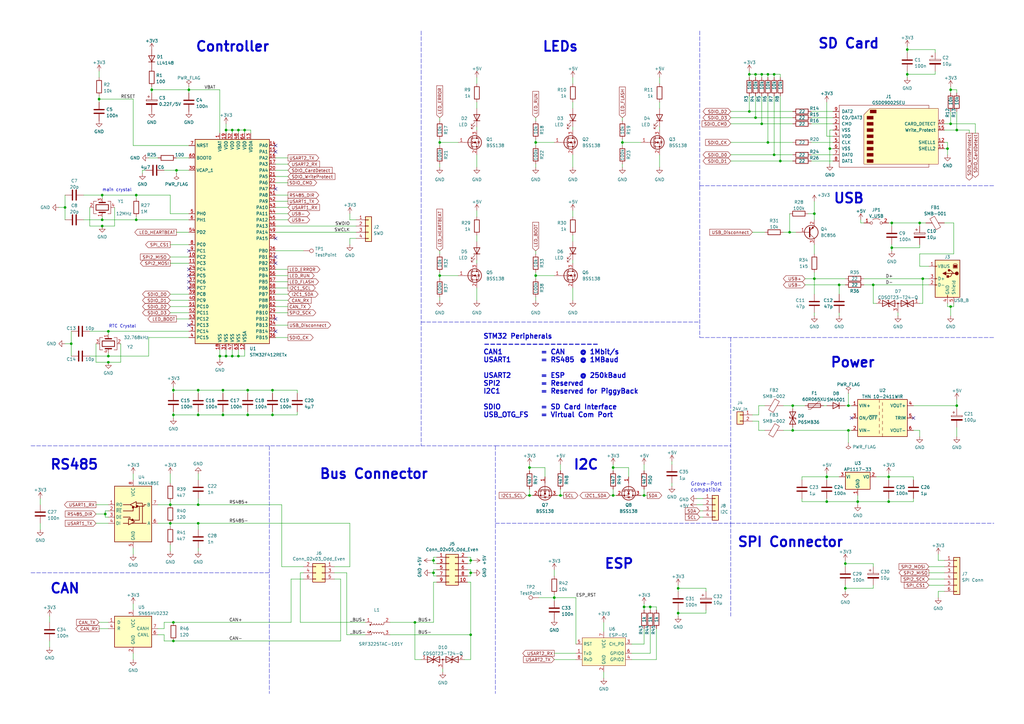
<source format=kicad_sch>
(kicad_sch (version 20211123) (generator eeschema)
  (paper "A3")
  (title_block (title "SynPLC - CPU V2") (date "2023-04-26") (rev "Rev_2") (company "https://github.com/Synthron/SynPLC"))
  (junction (at 29.21 140.97))
  (junction (at 193.04 234.95))
  (junction (at 314.96 30.48))
  (junction (at 81.28 170.18))
  (junction (at 219.71 113.03))
  (junction (at 44.45 146.05))
  (junction (at 55.88 90.17))
  (junction (at 91.44 160.02))
  (junction (at 41.91 80.01))
  (junction (at 97.79 53.34))
  (junction (at 372.11 20.32))
  (junction (at 40.64 40.64))
  (junction (at 41.91 92.71))
  (junction (at 69.85 207.01))
  (junction (at 312.42 30.48))
  (junction (at 62.23 36.83))
  (junction (at 90.17 146.05))
  (junction (at 278.13 241.3))
  (junction (at 347.98 166.37))
  (junction (at 111.76 160.02))
  (junction (at 278.13 251.46))
  (junction (at 180.34 113.03))
  (junction (at 251.46 191.77))
  (junction (at 378.46 114.3))
  (junction (at 320.04 66.04))
  (junction (at 392.43 166.37))
  (junction (at 307.34 30.48))
  (junction (at 71.12 160.02))
  (junction (at 26.67 85.09))
  (junction (at 100.33 53.34))
  (junction (at 392.43 53.34))
  (junction (at 365.76 101.6))
  (junction (at 264.16 248.92))
  (junction (at 92.71 53.34))
  (junction (at 91.44 170.18))
  (junction (at 81.28 160.02))
  (junction (at 217.17 203.2))
  (junction (at 347.98 176.53))
  (junction (at 334.01 114.3))
  (junction (at 81.28 207.01))
  (junction (at 92.71 146.05))
  (junction (at 177.8 229.87))
  (junction (at 229.87 203.2))
  (junction (at 317.5 30.48))
  (junction (at 81.28 214.63))
  (junction (at 325.12 176.53))
  (junction (at 372.11 30.48))
  (junction (at 193.04 260.35))
  (junction (at 309.88 30.48))
  (junction (at 309.88 48.26))
  (junction (at 389.89 50.8))
  (junction (at 177.8 234.95))
  (junction (at 312.42 50.8))
  (junction (at 344.17 116.84))
  (junction (at 346.71 241.3))
  (junction (at 334.01 87.63))
  (junction (at 325.12 166.37))
  (junction (at 339.09 195.58))
  (junction (at 266.7 248.92))
  (junction (at 346.71 231.14))
  (junction (at 170.18 255.27))
  (junction (at 364.49 195.58))
  (junction (at 358.14 116.84))
  (junction (at 217.17 191.77))
  (junction (at 388.62 60.96))
  (junction (at 41.91 90.17))
  (junction (at 340.36 60.96))
  (junction (at 97.79 146.05))
  (junction (at 193.04 229.87))
  (junction (at 351.79 205.74))
  (junction (at 180.34 58.42))
  (junction (at 389.89 36.83))
  (junction (at 314.96 58.42))
  (junction (at 219.71 58.42))
  (junction (at 317.5 63.5))
  (junction (at 71.12 255.27))
  (junction (at 365.76 91.44))
  (junction (at 323.85 95.25))
  (junction (at 69.85 214.63))
  (junction (at 44.45 148.59))
  (junction (at 77.47 36.83))
  (junction (at 264.16 203.2))
  (junction (at 255.27 58.42))
  (junction (at 101.6 170.18))
  (junction (at 227.33 245.11))
  (junction (at 339.09 205.74))
  (junction (at 101.6 160.02))
  (junction (at 377.19 91.44))
  (junction (at 55.88 80.01))
  (junction (at 389.89 125.73))
  (junction (at 44.45 135.89))
  (junction (at 43.18 210.82))
  (junction (at 95.25 146.05))
  (junction (at 72.39 69.85))
  (junction (at 111.76 170.18))
  (junction (at 95.25 53.34))
  (junction (at 71.12 262.89))
  (junction (at 71.12 170.18))
  (junction (at 251.46 203.2))
  (junction (at 364.49 205.74))
  (junction (at 307.34 45.72))
  (no_connect (at 113.03 130.81))
  (no_connect (at 77.47 118.11))
  (no_connect (at 77.47 110.49))
  (no_connect (at 113.03 59.69))
  (no_connect (at 113.03 135.89))
  (no_connect (at 349.25 171.45))
  (no_connect (at 113.03 107.95))
  (no_connect (at 77.47 102.87))
  (no_connect (at 374.65 171.45))
  (no_connect (at 113.03 105.41))
  (no_connect (at 77.47 115.57))
  (no_connect (at 113.03 97.79))
  (no_connect (at 113.03 62.23))
  (no_connect (at 77.47 133.35))
  (no_connect (at 77.47 113.03))
  (no_connect (at 113.03 77.47))
  (wire (pts (xy 49.53 148.59) (xy 44.45 148.59)))
  (wire (pts (xy 217.17 191.77) (xy 223.52 191.77)))
  (wire (pts (xy 77.47 138.43) (xy 60.96 138.43)))
  (wire (pts (xy 101.6 160.02) (xy 101.6 161.29)))
  (wire (pts (xy 247.65 255.27) (xy 247.65 259.08)))
  (wire (pts (xy 40.64 40.64) (xy 40.64 41.91)))
  (wire (pts (xy 374.65 196.85) (xy 374.65 195.58)))
  (wire (pts (xy 119.38 255.27) (xy 119.38 237.49)))
  (wire (pts (xy 113.03 69.85) (xy 118.11 69.85)))
  (wire (pts (xy 392.43 166.37) (xy 392.43 167.64)))
  (wire (pts (xy 323.85 95.25) (xy 321.31 95.25)))
  (polyline (pts (xy 203.2 214.63) (xy 299.72 214.63)))
  (wire (pts (xy 353.06 90.17) (xy 353.06 91.44)))
  (wire (pts (xy 313.69 95.25) (xy 308.61 95.25)))
  (wire (pts (xy 309.88 48.26) (xy 325.12 48.26)))
  (wire (pts (xy 20.32 252.73) (xy 20.32 255.27)))
  (wire (pts (xy 64.77 260.35) (xy 67.31 260.35)))
  (wire (pts (xy 397.51 53.34) (xy 397.51 54.61)))
  (wire (pts (xy 309.88 30.48) (xy 307.34 30.48)))
  (wire (pts (xy 377.19 124.46) (xy 378.46 124.46)))
  (wire (pts (xy 177.8 255.27) (xy 170.18 255.27)))
  (wire (pts (xy 90.17 36.83) (xy 77.47 36.83)))
  (wire (pts (xy 190.5 270.51) (xy 193.04 270.51)))
  (wire (pts (xy 177.8 236.22) (xy 179.07 236.22)))
  (wire (pts (xy 77.47 69.85) (xy 72.39 69.85)))
  (wire (pts (xy 193.04 236.22) (xy 191.77 236.22)))
  (wire (pts (xy 392.43 175.26) (xy 392.43 179.07)))
  (wire (pts (xy 358.14 124.46) (xy 358.14 116.84)))
  (wire (pts (xy 339.09 194.31) (xy 339.09 195.58)))
  (wire (pts (xy 387.35 60.96) (xy 388.62 60.96)))
  (polyline (pts (xy 12.7 182.88) (xy 172.72 182.88)))
  (wire (pts (xy 40.64 257.81) (xy 44.45 257.81)))
  (wire (pts (xy 251.46 191.77) (xy 251.46 193.04)))
  (wire (pts (xy 389.89 50.8) (xy 387.35 50.8)))
  (wire (pts (xy 312.42 50.8) (xy 325.12 50.8)))
  (wire (pts (xy 389.89 45.72) (xy 389.89 50.8)))
  (wire (pts (xy 179.07 228.6) (xy 177.8 228.6)))
  (polyline (pts (xy 203.2 182.88) (xy 203.2 284.48)))
  (wire (pts (xy 325.12 176.53) (xy 347.98 176.53)))
  (wire (pts (xy 123.19 255.27) (xy 149.86 255.27)))
  (wire (pts (xy 81.28 160.02) (xy 91.44 160.02)))
  (wire (pts (xy 139.7 237.49) (xy 137.16 237.49)))
  (wire (pts (xy 40.64 40.64) (xy 54.61 40.64)))
  (wire (pts (xy 36.83 85.09) (xy 36.83 92.71)))
  (wire (pts (xy 321.31 176.53) (xy 325.12 176.53)))
  (wire (pts (xy 392.43 53.34) (xy 387.35 53.34)))
  (wire (pts (xy 332.74 50.8) (xy 341.63 50.8)))
  (wire (pts (xy 113.03 82.55) (xy 118.11 82.55)))
  (wire (pts (xy 176.53 229.87) (xy 177.8 229.87)))
  (wire (pts (xy 39.37 214.63) (xy 44.45 214.63)))
  (wire (pts (xy 92.71 143.51) (xy 92.71 146.05)))
  (polyline (pts (xy 299.72 138.43) (xy 299.72 214.63)))
  (wire (pts (xy 26.67 80.01) (xy 26.67 85.09)))
  (wire (pts (xy 377.19 101.6) (xy 365.76 101.6)))
  (wire (pts (xy 160.02 260.35) (xy 193.04 260.35)))
  (wire (pts (xy 44.45 135.89) (xy 36.83 135.89)))
  (wire (pts (xy 77.47 95.25) (xy 72.39 95.25)))
  (wire (pts (xy 358.14 232.41) (xy 358.14 231.14)))
  (wire (pts (xy 113.03 138.43) (xy 118.11 138.43)))
  (wire (pts (xy 77.47 36.83) (xy 62.23 36.83)))
  (wire (pts (xy 195.58 106.68) (xy 195.58 107.95)))
  (wire (pts (xy 100.33 53.34) (xy 102.87 53.34)))
  (wire (pts (xy 251.46 190.5) (xy 251.46 191.77)))
  (wire (pts (xy 36.83 92.71) (xy 41.91 92.71)))
  (wire (pts (xy 69.85 194.31) (xy 69.85 198.12)))
  (wire (pts (xy 287.02 212.09) (xy 288.29 212.09)))
  (wire (pts (xy 312.42 30.48) (xy 312.42 31.75)))
  (wire (pts (xy 97.79 146.05) (xy 95.25 146.05)))
  (wire (pts (xy 346.71 241.3) (xy 346.71 240.03)))
  (wire (pts (xy 180.34 104.14) (xy 180.34 102.87)))
  (wire (pts (xy 71.12 262.89) (xy 139.7 262.89)))
  (wire (pts (xy 115.57 207.01) (xy 115.57 232.41)))
  (wire (pts (xy 365.76 102.87) (xy 365.76 101.6)))
  (wire (pts (xy 262.89 58.42) (xy 255.27 58.42)))
  (wire (pts (xy 234.95 96.52) (xy 234.95 99.06)))
  (wire (pts (xy 259.08 270.51) (xy 269.24 270.51)))
  (wire (pts (xy 358.14 241.3) (xy 346.71 241.3)))
  (wire (pts (xy 181.61 274.32) (xy 181.61 275.59)))
  (wire (pts (xy 325.12 166.37) (xy 330.2 166.37)))
  (wire (pts (xy 113.03 118.11) (xy 118.11 118.11)))
  (wire (pts (xy 270.51 31.75) (xy 270.51 34.29)))
  (wire (pts (xy 341.63 55.88) (xy 339.09 55.88)))
  (wire (pts (xy 101.6 168.91) (xy 101.6 170.18)))
  (wire (pts (xy 69.85 107.95) (xy 77.47 107.95)))
  (wire (pts (xy 123.19 234.95) (xy 123.19 255.27)))
  (wire (pts (xy 113.03 80.01) (xy 118.11 80.01)))
  (wire (pts (xy 359.41 124.46) (xy 358.14 124.46)))
  (wire (pts (xy 81.28 204.47) (xy 81.28 207.01)))
  (wire (pts (xy 191.77 233.68) (xy 193.04 233.68)))
  (wire (pts (xy 334.01 114.3) (xy 334.01 120.65)))
  (wire (pts (xy 100.33 53.34) (xy 100.33 54.61)))
  (wire (pts (xy 278.13 240.03) (xy 278.13 241.3)))
  (wire (pts (xy 227.33 233.68) (xy 227.33 236.22)))
  (wire (pts (xy 113.03 113.03) (xy 118.11 113.03)))
  (wire (pts (xy 91.44 160.02) (xy 91.44 161.29)))
  (wire (pts (xy 113.03 67.31) (xy 118.11 67.31)))
  (wire (pts (xy 124.46 234.95) (xy 123.19 234.95)))
  (wire (pts (xy 194.31 234.95) (xy 193.04 234.95)))
  (wire (pts (xy 43.18 212.09) (xy 44.45 212.09)))
  (wire (pts (xy 69.85 100.33) (xy 77.47 100.33)))
  (wire (pts (xy 314.96 30.48) (xy 314.96 31.75)))
  (wire (pts (xy 364.49 204.47) (xy 364.49 205.74)))
  (wire (pts (xy 255.27 67.31) (xy 255.27 68.58)))
  (wire (pts (xy 90.17 54.61) (xy 90.17 36.83)))
  (wire (pts (xy 55.88 88.9) (xy 55.88 90.17)))
  (polyline (pts (xy 299.72 214.63) (xy 299.72 252.73)))
  (wire (pts (xy 71.12 170.18) (xy 81.28 170.18)))
  (wire (pts (xy 264.16 247.65) (xy 264.16 248.92)))
  (wire (pts (xy 72.39 69.85) (xy 72.39 71.12)))
  (wire (pts (xy 139.7 262.89) (xy 139.7 237.49)))
  (wire (pts (xy 227.33 113.03) (xy 219.71 113.03)))
  (wire (pts (xy 95.25 53.34) (xy 95.25 54.61)))
  (wire (pts (xy 217.17 203.2) (xy 218.44 203.2)))
  (wire (pts (xy 234.95 63.5) (xy 234.95 68.58)))
  (wire (pts (xy 270.51 63.5) (xy 270.51 68.58)))
  (wire (pts (xy 71.12 168.91) (xy 71.12 170.18)))
  (wire (pts (xy 219.71 113.03) (xy 219.71 111.76)))
  (wire (pts (xy 247.65 275.59) (xy 247.65 278.13)))
  (wire (pts (xy 344.17 129.54) (xy 344.17 128.27)))
  (wire (pts (xy 365.76 101.6) (xy 365.76 100.33)))
  (wire (pts (xy 177.8 238.76) (xy 177.8 255.27)))
  (wire (pts (xy 251.46 191.77) (xy 257.81 191.77)))
  (wire (pts (xy 91.44 168.91) (xy 91.44 170.18)))
  (wire (pts (xy 347.98 161.29) (xy 347.98 166.37)))
  (wire (pts (xy 115.57 232.41) (xy 124.46 232.41)))
  (wire (pts (xy 227.33 267.97) (xy 236.22 267.97)))
  (wire (pts (xy 41.91 88.9) (xy 41.91 90.17)))
  (wire (pts (xy 177.8 228.6) (xy 177.8 229.87)))
  (wire (pts (xy 187.96 113.03) (xy 180.34 113.03)))
  (wire (pts (xy 180.34 49.53) (xy 180.34 48.26)))
  (wire (pts (xy 384.81 242.57) (xy 384.81 245.11)))
  (wire (pts (xy 259.08 267.97) (xy 266.7 267.97)))
  (wire (pts (xy 307.34 29.21) (xy 307.34 30.48)))
  (polyline (pts (xy 172.72 132.08) (xy 287.02 132.08)))
  (wire (pts (xy 195.58 52.07) (xy 195.58 53.34)))
  (wire (pts (xy 270.51 41.91) (xy 270.51 44.45)))
  (wire (pts (xy 58.42 69.85) (xy 58.42 71.12)))
  (wire (pts (xy 389.89 50.8) (xy 400.05 50.8)))
  (wire (pts (xy 180.34 121.92) (xy 180.34 123.19)))
  (wire (pts (xy 307.34 45.72) (xy 325.12 45.72)))
  (wire (pts (xy 255.27 58.42) (xy 255.27 59.69)))
  (wire (pts (xy 81.28 207.01) (xy 69.85 207.01)))
  (wire (pts (xy 269.24 248.92) (xy 266.7 248.92)))
  (wire (pts (xy 179.07 238.76) (xy 177.8 238.76)))
  (wire (pts (xy 91.44 170.18) (xy 101.6 170.18)))
  (wire (pts (xy 250.19 203.2) (xy 251.46 203.2)))
  (wire (pts (xy 344.17 116.84) (xy 330.2 116.84)))
  (wire (pts (xy 195.58 63.5) (xy 195.58 68.58)))
  (wire (pts (xy 64.77 207.01) (xy 69.85 207.01)))
  (wire (pts (xy 55.88 80.01) (xy 55.88 81.28)))
  (wire (pts (xy 54.61 224.79) (xy 54.61 227.33)))
  (wire (pts (xy 332.74 45.72) (xy 341.63 45.72)))
  (wire (pts (xy 195.58 31.75) (xy 195.58 34.29)))
  (wire (pts (xy 113.03 64.77) (xy 118.11 64.77)))
  (wire (pts (xy 269.24 270.51) (xy 269.24 257.81)))
  (wire (pts (xy 257.81 191.77) (xy 257.81 195.58)))
  (wire (pts (xy 377.19 176.53) (xy 377.19 179.07)))
  (wire (pts (xy 34.29 90.17) (xy 41.91 90.17)))
  (wire (pts (xy 77.47 36.83) (xy 77.47 38.1)))
  (wire (pts (xy 377.19 92.71) (xy 377.19 91.44)))
  (wire (pts (xy 264.16 190.5) (xy 264.16 193.04)))
  (wire (pts (xy 180.34 58.42) (xy 180.34 57.15)))
  (wire (pts (xy 400.05 50.8) (xy 400.05 54.61)))
  (wire (pts (xy 195.58 118.11) (xy 195.58 123.19)))
  (wire (pts (xy 285.75 204.47) (xy 288.29 204.47)))
  (wire (pts (xy 41.91 80.01) (xy 41.91 81.28)))
  (wire (pts (xy 69.85 120.65) (xy 77.47 120.65)))
  (wire (pts (xy 67.31 255.27) (xy 71.12 255.27)))
  (wire (pts (xy 372.11 19.05) (xy 372.11 20.32)))
  (wire (pts (xy 299.72 48.26) (xy 309.88 48.26)))
  (wire (pts (xy 264.16 203.2) (xy 264.16 200.66)))
  (wire (pts (xy 60.96 64.77) (xy 64.77 64.77)))
  (wire (pts (xy 364.49 195.58) (xy 364.49 196.85)))
  (wire (pts (xy 251.46 200.66) (xy 251.46 203.2)))
  (wire (pts (xy 332.74 66.04) (xy 341.63 66.04)))
  (wire (pts (xy 307.34 39.37) (xy 307.34 45.72)))
  (wire (pts (xy 170.18 270.51) (xy 170.18 255.27)))
  (wire (pts (xy 328.93 204.47) (xy 328.93 205.74)))
  (wire (pts (xy 180.34 58.42) (xy 180.34 59.69)))
  (wire (pts (xy 44.45 144.78) (xy 44.45 146.05)))
  (wire (pts (xy 378.46 114.3) (xy 354.33 114.3)))
  (wire (pts (xy 384.81 229.87) (xy 384.81 227.33)))
  (wire (pts (xy 143.51 214.63) (xy 143.51 232.41)))
  (wire (pts (xy 71.12 160.02) (xy 71.12 161.29)))
  (wire (pts (xy 262.89 203.2) (xy 264.16 203.2)))
  (wire (pts (xy 347.98 166.37) (xy 349.25 166.37)))
  (wire (pts (xy 334.01 82.55) (xy 334.01 87.63)))
  (wire (pts (xy 72.39 64.77) (xy 77.47 64.77)))
  (wire (pts (xy 381 114.3) (xy 378.46 114.3)))
  (polyline (pts (xy 287.02 76.2) (xy 407.67 76.2)))
  (wire (pts (xy 54.61 267.97) (xy 54.61 270.51)))
  (wire (pts (xy 269.24 248.92) (xy 269.24 250.19)))
  (wire (pts (xy 39.37 140.97) (xy 39.37 148.59)))
  (wire (pts (xy 321.31 166.37) (xy 325.12 166.37)))
  (wire (pts (xy 180.34 67.31) (xy 180.34 68.58)))
  (wire (pts (xy 236.22 264.16) (xy 236.22 245.11)))
  (wire (pts (xy 339.09 205.74) (xy 351.79 205.74)))
  (polyline (pts (xy 12.7 234.95) (xy 110.49 234.95)))
  (wire (pts (xy 177.8 233.68) (xy 177.8 234.95)))
  (wire (pts (xy 177.8 229.87) (xy 177.8 231.14)))
  (wire (pts (xy 334.01 111.76) (xy 334.01 114.3)))
  (wire (pts (xy 299.72 58.42) (xy 314.96 58.42)))
  (wire (pts (xy 60.96 138.43) (xy 60.96 146.05)))
  (wire (pts (xy 41.91 90.17) (xy 55.88 90.17)))
  (wire (pts (xy 387.35 91.44) (xy 391.16 91.44)))
  (wire (pts (xy 391.16 125.73) (xy 391.16 124.46)))
  (wire (pts (xy 77.47 130.81) (xy 72.39 130.81)))
  (wire (pts (xy 377.19 91.44) (xy 365.76 91.44)))
  (wire (pts (xy 344.17 195.58) (xy 339.09 195.58)))
  (wire (pts (xy 234.95 52.07) (xy 234.95 53.34)))
  (wire (pts (xy 334.01 100.33) (xy 334.01 104.14)))
  (wire (pts (xy 299.72 63.5) (xy 317.5 63.5)))
  (wire (pts (xy 113.03 110.49) (xy 118.11 110.49)))
  (wire (pts (xy 81.28 214.63) (xy 69.85 214.63)))
  (wire (pts (xy 311.15 166.37) (xy 313.69 166.37)))
  (polyline (pts (xy 203.2 182.88) (xy 299.72 182.88)))
  (wire (pts (xy 113.03 133.35) (xy 118.11 133.35)))
  (wire (pts (xy 69.85 80.01) (xy 55.88 80.01)))
  (wire (pts (xy 95.25 146.05) (xy 92.71 146.05)))
  (wire (pts (xy 187.96 58.42) (xy 180.34 58.42)))
  (wire (pts (xy 54.61 40.64) (xy 54.61 59.69)))
  (wire (pts (xy 71.12 160.02) (xy 81.28 160.02)))
  (wire (pts (xy 287.02 209.55) (xy 288.29 209.55)))
  (wire (pts (xy 220.98 245.11) (xy 227.33 245.11)))
  (wire (pts (xy 266.7 248.92) (xy 264.16 248.92)))
  (wire (pts (xy 346.71 166.37) (xy 347.98 166.37)))
  (wire (pts (xy 392.43 36.83) (xy 392.43 38.1)))
  (wire (pts (xy 44.45 209.55) (xy 43.18 209.55)))
  (wire (pts (xy 312.42 30.48) (xy 309.88 30.48)))
  (wire (pts (xy 92.71 50.8) (xy 92.71 53.34)))
  (wire (pts (xy 16.51 214.63) (xy 16.51 217.17)))
  (wire (pts (xy 193.04 228.6) (xy 193.04 229.87)))
  (wire (pts (xy 381 237.49) (xy 387.35 237.49)))
  (wire (pts (xy 353.06 91.44) (xy 354.33 91.44)))
  (wire (pts (xy 39.37 207.01) (xy 44.45 207.01)))
  (wire (pts (xy 54.61 247.65) (xy 54.61 250.19)))
  (wire (pts (xy 346.71 114.3) (xy 334.01 114.3)))
  (wire (pts (xy 346.71 229.87) (xy 346.71 231.14)))
  (wire (pts (xy 317.5 30.48) (xy 314.96 30.48)))
  (wire (pts (xy 49.53 140.97) (xy 49.53 148.59)))
  (wire (pts (xy 365.76 91.44) (xy 365.76 92.71)))
  (wire (pts (xy 69.85 214.63) (xy 69.85 215.9)))
  (wire (pts (xy 111.76 168.91) (xy 111.76 170.18)))
  (wire (pts (xy 339.09 195.58) (xy 328.93 195.58)))
  (wire (pts (xy 143.51 87.63) (xy 143.51 90.17)))
  (wire (pts (xy 388.62 125.73) (xy 389.89 125.73)))
  (wire (pts (xy 234.95 106.68) (xy 234.95 107.95)))
  (wire (pts (xy 121.92 160.02) (xy 121.92 161.29)))
  (wire (pts (xy 143.51 232.41) (xy 137.16 232.41)))
  (polyline (pts (xy 172.72 182.88) (xy 203.2 182.88)))
  (wire (pts (xy 59.69 69.85) (xy 58.42 69.85)))
  (wire (pts (xy 358.14 231.14) (xy 346.71 231.14)))
  (wire (pts (xy 160.02 255.27) (xy 170.18 255.27)))
  (wire (pts (xy 340.36 67.31) (xy 340.36 60.96)))
  (wire (pts (xy 383.54 21.59) (xy 383.54 20.32)))
  (wire (pts (xy 314.96 58.42) (xy 325.12 58.42)))
  (wire (pts (xy 67.31 257.81) (xy 67.31 255.27)))
  (polyline (pts (xy 287.02 12.7) (xy 287.02 76.2)))
  (wire (pts (xy 328.93 205.74) (xy 339.09 205.74)))
  (wire (pts (xy 307.34 30.48) (xy 307.34 31.75)))
  (wire (pts (xy 64.77 214.63) (xy 69.85 214.63)))
  (wire (pts (xy 314.96 39.37) (xy 314.96 58.42)))
  (wire (pts (xy 69.85 125.73) (xy 77.47 125.73)))
  (wire (pts (xy 69.85 87.63) (xy 69.85 80.01)))
  (wire (pts (xy 60.96 146.05) (xy 44.45 146.05)))
  (wire (pts (xy 29.21 135.89) (xy 29.21 140.97)))
  (wire (pts (xy 389.89 125.73) (xy 391.16 125.73)))
  (wire (pts (xy 325.12 166.37) (xy 325.12 167.64)))
  (wire (pts (xy 24.13 85.09) (xy 26.67 85.09)))
  (wire (pts (xy 351.79 205.74) (xy 351.79 207.01)))
  (wire (pts (xy 227.33 245.11) (xy 227.33 246.38)))
  (wire (pts (xy 113.03 115.57) (xy 118.11 115.57)))
  (wire (pts (xy 55.88 80.01) (xy 41.91 80.01)))
  (wire (pts (xy 264.16 248.92) (xy 264.16 250.19)))
  (wire (pts (xy 111.76 160.02) (xy 111.76 161.29)))
  (wire (pts (xy 392.43 45.72) (xy 392.43 53.34)))
  (wire (pts (xy 275.59 198.12) (xy 275.59 199.39)))
  (wire (pts (xy 368.3 128.27) (xy 368.3 129.54)))
  (wire (pts (xy 377.19 109.22) (xy 381 109.22)))
  (wire (pts (xy 389.89 35.56) (xy 389.89 36.83)))
  (wire (pts (xy 113.03 90.17) (xy 118.11 90.17)))
  (wire (pts (xy 328.93 195.58) (xy 328.93 196.85)))
  (wire (pts (xy 374.65 166.37) (xy 392.43 166.37)))
  (wire (pts (xy 378.46 124.46) (xy 378.46 114.3)))
  (wire (pts (xy 39.37 210.82) (xy 43.18 210.82)))
  (wire (pts (xy 278.13 241.3) (xy 278.13 242.57)))
  (polyline (pts (xy 110.49 182.88) (xy 110.49 284.48)))
  (wire (pts (xy 391.16 104.14) (xy 391.16 91.44)))
  (polyline (pts (xy 287.02 76.2) (xy 287.02 138.43)))
  (wire (pts (xy 26.67 85.09) (xy 26.67 90.17)))
  (wire (pts (xy 374.65 205.74) (xy 374.65 204.47)))
  (wire (pts (xy 289.56 241.3) (xy 278.13 241.3)))
  (wire (pts (xy 347.98 176.53) (xy 349.25 176.53)))
  (wire (pts (xy 387.35 229.87) (xy 384.81 229.87)))
  (wire (pts (xy 377.19 100.33) (xy 377.19 101.6)))
  (wire (pts (xy 381 116.84) (xy 358.14 116.84)))
  (wire (pts (xy 234.95 41.91) (xy 234.95 44.45)))
  (polyline (pts (xy 287.02 138.43) (xy 407.67 138.43)))
  (wire (pts (xy 392.43 163.83) (xy 392.43 166.37)))
  (wire (pts (xy 255.27 58.42) (xy 255.27 57.15)))
  (wire (pts (xy 387.35 242.57) (xy 384.81 242.57)))
  (wire (pts (xy 92.71 146.05) (xy 90.17 146.05)))
  (wire (pts (xy 377.19 91.44) (xy 379.73 91.44)))
  (wire (pts (xy 39.37 148.59) (xy 44.45 148.59)))
  (wire (pts (xy 194.31 229.87) (xy 193.04 229.87)))
  (wire (pts (xy 308.61 170.18) (xy 311.15 170.18)))
  (wire (pts (xy 346.71 231.14) (xy 346.71 232.41)))
  (wire (pts (xy 383.54 20.32) (xy 372.11 20.32)))
  (wire (pts (xy 320.04 66.04) (xy 325.12 66.04)))
  (wire (pts (xy 62.23 36.83) (xy 62.23 38.1)))
  (wire (pts (xy 383.54 29.21) (xy 383.54 30.48)))
  (wire (pts (xy 312.42 39.37) (xy 312.42 50.8)))
  (wire (pts (xy 179.07 233.68) (xy 177.8 233.68)))
  (wire (pts (xy 227.33 270.51) (xy 236.22 270.51)))
  (wire (pts (xy 193.04 229.87) (xy 193.04 231.14)))
  (wire (pts (xy 270.51 52.07) (xy 270.51 53.34)))
  (wire (pts (xy 266.7 248.92) (xy 266.7 250.19)))
  (wire (pts (xy 119.38 237.49) (xy 124.46 237.49)))
  (wire (pts (xy 339.09 204.47) (xy 339.09 205.74)))
  (wire (pts (xy 334.01 114.3) (xy 330.2 114.3)))
  (wire (pts (xy 309.88 30.48) (xy 309.88 31.75)))
  (wire (pts (xy 81.28 194.31) (xy 81.28 196.85)))
  (wire (pts (xy 143.51 100.33) (xy 143.51 97.79)))
  (wire (pts (xy 334.01 129.54) (xy 334.01 128.27)))
  (wire (pts (xy 234.95 86.36) (xy 234.95 88.9)))
  (wire (pts (xy 69.85 223.52) (xy 69.85 226.06)))
  (wire (pts (xy 92.71 53.34) (xy 95.25 53.34)))
  (wire (pts (xy 334.01 87.63) (xy 334.01 90.17)))
  (wire (pts (xy 142.24 260.35) (xy 149.86 260.35)))
  (wire (pts (xy 325.12 175.26) (xy 325.12 176.53)))
  (wire (pts (xy 358.14 116.84) (xy 354.33 116.84)))
  (wire (pts (xy 81.28 224.79) (xy 81.28 226.06)))
  (wire (pts (xy 143.51 90.17) (xy 146.05 90.17)))
  (wire (pts (xy 364.49 91.44) (xy 365.76 91.44)))
  (wire (pts (xy 97.79 143.51) (xy 97.79 146.05)))
  (wire (pts (xy 193.04 233.68) (xy 193.04 234.95)))
  (wire (pts (xy 62.23 35.56) (xy 62.23 36.83)))
  (wire (pts (xy 323.85 87.63) (xy 323.85 95.25)))
  (wire (pts (xy 40.64 39.37) (xy 40.64 40.64)))
  (wire (pts (xy 383.54 30.48) (xy 372.11 30.48)))
  (wire (pts (xy 317.5 63.5) (xy 325.12 63.5)))
  (wire (pts (xy 234.95 31.75) (xy 234.95 34.29)))
  (wire (pts (xy 388.62 60.96) (xy 388.62 58.42)))
  (wire (pts (xy 217.17 191.77) (xy 217.17 193.04)))
  (wire (pts (xy 255.27 49.53) (xy 255.27 48.26)))
  (wire (pts (xy 113.03 128.27) (xy 118.11 128.27)))
  (wire (pts (xy 72.39 69.85) (xy 67.31 69.85)))
  (wire (pts (xy 219.71 67.31) (xy 219.71 68.58)))
  (wire (pts (xy 143.51 97.79) (xy 146.05 97.79)))
  (wire (pts (xy 217.17 200.66) (xy 217.17 203.2)))
  (wire (pts (xy 219.71 121.92) (xy 219.71 123.19)))
  (wire (pts (xy 46.99 92.71) (xy 41.91 92.71)))
  (wire (pts (xy 219.71 113.03) (xy 219.71 114.3)))
  (wire (pts (xy 289.56 250.19) (xy 289.56 251.46)))
  (wire (pts (xy 219.71 58.42) (xy 219.71 59.69)))
  (wire (pts (xy 69.85 205.74) (xy 69.85 207.01)))
  (wire (pts (xy 36.83 146.05) (xy 44.45 146.05)))
  (wire (pts (xy 113.03 74.93) (xy 118.11 74.93)))
  (wire (pts (xy 311.15 170.18) (xy 311.15 166.37)))
  (wire (pts (xy 320.04 39.37) (xy 320.04 66.04)))
  (wire (pts (xy 81.28 214.63) (xy 81.28 217.17)))
  (wire (pts (xy 81.28 170.18) (xy 91.44 170.18)))
  (wire (pts (xy 16.51 204.47) (xy 16.51 207.01)))
  (wire (pts (xy 372.11 31.75) (xy 372.11 30.48)))
  (wire (pts (xy 177.8 234.95) (xy 177.8 236.22)))
  (polyline (pts (xy 299.72 214.63) (xy 407.67 214.63)))
  (wire (pts (xy 172.72 270.51) (xy 170.18 270.51)))
  (wire (pts (xy 317.5 39.37) (xy 317.5 63.5)))
  (wire (pts (xy 40.64 255.27) (xy 44.45 255.27)))
  (wire (pts (xy 317.5 30.48) (xy 317.5 31.75)))
  (wire (pts (xy 346.71 242.57) (xy 346.71 241.3)))
  (wire (pts (xy 266.7 267.97) (xy 266.7 257.81)))
  (wire (pts (xy 278.13 252.73) (xy 278.13 251.46)))
  (wire (pts (xy 113.03 125.73) (xy 118.11 125.73)))
  (wire (pts (xy 264.16 203.2) (xy 265.43 203.2)))
  (wire (pts (xy 102.87 53.34) (xy 102.87 54.61)))
  (wire (pts (xy 344.17 116.84) (xy 344.17 120.65)))
  (wire (pts (xy 377.19 109.22) (xy 377.19 104.14)))
  (wire (pts (xy 251.46 203.2) (xy 252.73 203.2)))
  (wire (pts (xy 137.16 234.95) (xy 142.24 234.95)))
  (wire (pts (xy 388.62 63.5) (xy 388.62 60.96)))
  (wire (pts (xy 67.31 262.89) (xy 71.12 262.89)))
  (wire (pts (xy 326.39 95.25) (xy 323.85 95.25)))
  (wire (pts (xy 346.71 116.84) (xy 344.17 116.84)))
  (wire (pts (xy 81.28 207.01) (xy 115.57 207.01)))
  (wire (pts (xy 299.72 66.04) (xy 320.04 66.04)))
  (wire (pts (xy 339.09 41.91) (xy 339.09 55.88)))
  (wire (pts (xy 101.6 160.02) (xy 111.76 160.02)))
  (wire (pts (xy 113.03 102.87) (xy 124.46 102.87)))
  (wire (pts (xy 364.49 195.58) (xy 364.49 194.31)))
  (wire (pts (xy 288.29 207.01) (xy 285.75 207.01)))
  (wire (pts (xy 55.88 90.17) (xy 77.47 90.17)))
  (wire (pts (xy 91.44 160.02) (xy 101.6 160.02)))
  (wire (pts (xy 234.95 118.11) (xy 234.95 123.19)))
  (wire (pts (xy 77.47 135.89) (xy 44.45 135.89)))
  (wire (pts (xy 54.61 194.31) (xy 54.61 196.85)))
  (wire (pts (xy 347.98 176.53) (xy 347.98 181.61)))
  (wire (pts (xy 359.41 195.58) (xy 364.49 195.58)))
  (wire (pts (xy 29.21 140.97) (xy 29.21 146.05)))
  (wire (pts (xy 219.71 104.14) (xy 219.71 102.87)))
  (wire (pts (xy 320.04 30.48) (xy 317.5 30.48)))
  (wire (pts (xy 113.03 92.71) (xy 146.05 92.71)))
  (wire (pts (xy 215.9 203.2) (xy 217.17 203.2)))
  (wire (pts (xy 334.01 87.63) (xy 331.47 87.63)))
  (wire (pts (xy 227.33 58.42) (xy 219.71 58.42)))
  (wire (pts (xy 113.03 72.39) (xy 118.11 72.39)))
  (wire (pts (xy 228.6 203.2) (xy 229.87 203.2)))
  (wire (pts (xy 388.62 124.46) (xy 388.62 125.73)))
  (wire (pts (xy 111.76 160.02) (xy 121.92 160.02)))
  (wire (pts (xy 26.67 140.97) (xy 29.21 140.97)))
  (wire (pts (xy 275.59 189.23) (xy 275.59 190.5)))
  (wire (pts (xy 81.28 168.91) (xy 81.28 170.18)))
  (wire (pts (xy 364.49 205.74) (xy 374.65 205.74)))
  (wire (pts (xy 180.34 113.03) (xy 180.34 114.3)))
  (wire (pts (xy 40.64 29.21) (xy 40.64 31.75)))
  (wire (pts (xy 81.28 214.63) (xy 143.51 214.63)))
  (wire (pts (xy 67.31 260.35) (xy 67.31 262.89)))
  (wire (pts (xy 311.15 172.72) (xy 311.15 176.53)))
  (wire (pts (xy 71.12 170.18) (xy 71.12 171.45)))
  (wire (pts (xy 43.18 210.82) (xy 43.18 212.09)))
  (wire (pts (xy 41.91 80.01) (xy 34.29 80.01)))
  (wire (pts (xy 358.14 240.03) (xy 358.14 241.3)))
  (wire (pts (xy 195.58 96.52) (xy 195.58 99.06)))
  (wire (pts (xy 95.25 53.34) (xy 97.79 53.34)))
  (wire (pts (xy 100.33 146.05) (xy 97.79 146.05)))
  (wire (pts (xy 223.52 191.77) (xy 223.52 195.58)))
  (wire (pts (xy 90.17 143.51) (xy 90.17 146.05)))
  (wire (pts (xy 46.99 85.09) (xy 46.99 92.71)))
  (wire (pts (xy 219.71 58.42) (xy 219.71 57.15)))
  (wire (pts (xy 299.72 45.72) (xy 307.34 45.72)))
  (wire (pts (xy 236.22 245.11) (xy 227.33 245.11)))
  (wire (pts (xy 113.03 123.19) (xy 118.11 123.19)))
  (wire (pts (xy 193.04 238.76) (xy 193.04 260.35)))
  (wire (pts (xy 377.19 104.14) (xy 391.16 104.14)))
  (wire (pts (xy 113.03 87.63) (xy 118.11 87.63)))
  (wire (pts (xy 142.24 234.95) (xy 142.24 260.35)))
  (wire (pts (xy 90.17 146.05) (xy 90.17 147.32)))
  (wire (pts (xy 177.8 231.14) (xy 179.07 231.14)))
  (wire (pts (xy 77.47 87.63) (xy 69.85 87.63)))
  (wire (pts (xy 69.85 105.41) (xy 77.47 105.41)))
  (wire (pts (xy 309.88 39.37) (xy 309.88 48.26)))
  (wire (pts (xy 340.36 60.96) (xy 340.36 53.34)))
  (wire (pts (xy 95.25 143.51) (xy 95.25 146.05)))
  (wire (pts (xy 191.77 238.76) (xy 193.04 238.76)))
  (wire (pts (xy 332.74 48.26) (xy 341.63 48.26)))
  (wire (pts (xy 392.43 53.34) (xy 397.51 53.34)))
  (wire (pts (xy 71.12 158.75) (xy 71.12 160.02)))
  (wire (pts (xy 381 232.41) (xy 387.35 232.41)))
  (wire (pts (xy 77.47 35.56) (xy 77.47 36.83)))
  (wire (pts (xy 314.96 30.48) (xy 312.42 30.48)))
  (wire (pts (xy 374.65 195.58) (xy 364.49 195.58)))
  (wire (pts (xy 81.28 161.29) (xy 81.28 160.02)))
  (wire (pts (xy 193.04 231.14) (xy 191.77 231.14)))
  (wire (pts (xy 259.08 264.16) (xy 264.16 264.16)))
  (wire (pts (xy 332.74 63.5) (xy 341.63 63.5)))
  (wire (pts (xy 278.13 251.46) (xy 278.13 250.19)))
  (wire (pts (xy 111.76 170.18) (xy 121.92 170.18)))
  (wire (pts (xy 351.79 205.74) (xy 364.49 205.74)))
  (wire (pts (xy 389.89 125.73) (xy 389.89 129.54)))
  (wire (pts (xy 229.87 203.2) (xy 229.87 200.66)))
  (wire (pts (xy 388.62 58.42) (xy 387.35 58.42)))
  (wire (pts (xy 54.61 59.69) (xy 77.47 59.69)))
  (wire (pts (xy 20.32 262.89) (xy 20.32 265.43)))
  (wire (pts (xy 100.33 143.51) (xy 100.33 146.05)))
  (wire (pts (xy 320.04 31.75) (xy 320.04 30.48)))
  (wire (pts (xy 176.53 234.95) (xy 177.8 234.95)))
  (wire (pts (xy 381 240.03) (xy 387.35 240.03)))
  (wire (pts (xy 351.79 203.2) (xy 351.79 205.74)))
  (wire (pts (xy 121.92 170.18) (xy 121.92 168.91)))
  (polyline (pts (xy 172.72 12.7) (xy 172.72 182.88)))
  (wire (pts (xy 195.58 86.36) (xy 195.58 88.9)))
  (wire (pts (xy 332.74 58.42) (xy 341.63 58.42)))
  (wire (pts (xy 264.16 264.16) (xy 264.16 257.81)))
  (wire (pts (xy 69.85 123.19) (xy 77.47 123.19)))
  (wire (pts (xy 308.61 172.72) (xy 311.15 172.72)))
  (wire (pts (xy 64.77 257.81) (xy 67.31 257.81)))
  (wire (pts (xy 69.85 128.27) (xy 77.47 128.27)))
  (wire (pts (xy 191.77 228.6) (xy 193.04 228.6)))
  (wire (pts (xy 113.03 120.65) (xy 118.11 120.65)))
  (wire (pts (xy 289.56 242.57) (xy 289.56 241.3)))
  (wire (pts (xy 97.79 53.34) (xy 97.79 54.61)))
  (wire (pts (xy 195.58 41.91) (xy 195.58 44.45)))
  (wire (pts (xy 97.79 53.34) (xy 100.33 53.34)))
  (wire (pts (xy 339.09 195.58) (xy 339.09 196.85)))
  (wire (pts (xy 71.12 255.27) (xy 119.38 255.27)))
  (wire (pts (xy 227.33 243.84) (xy 227.33 245.11)))
  (wire (pts (xy 299.72 50.8) (xy 312.42 50.8)))
  (wire (pts (xy 381 234.95) (xy 387.35 234.95)))
  (wire (pts (xy 289.56 251.46) (xy 278.13 251.46)))
  (wire (pts (xy 101.6 170.18) (xy 111.76 170.18)))
  (wire (pts (xy 193.04 260.35) (xy 193.04 270.51)))
  (wire (pts (xy 217.17 190.5) (xy 217.17 191.77)))
  (wire (pts (xy 340.36 53.34) (xy 341.63 53.34)))
  (wire (pts (xy 92.71 53.34) (xy 92.71 54.61)))
  (wire (pts (xy 372.11 20.32) (xy 372.11 21.59)))
  (wire (pts (xy 44.45 135.89) (xy 44.45 137.16)))
  (wire (pts (xy 43.18 209.55) (xy 43.18 210.82)))
  (wire (pts (xy 113.03 85.09) (xy 118.11 85.09)))
  (wire (pts (xy 219.71 49.53) (xy 219.71 48.26)))
  (wire (pts (xy 337.82 166.37) (xy 339.09 166.37)))
  (wire (pts (xy 113.03 95.25) (xy 146.05 95.25)))
  (wire (pts (xy 311.15 176.53) (xy 313.69 176.53)))
  (wire (pts (xy 229.87 203.2) (xy 231.14 203.2)))
  (wire (pts (xy 389.89 36.83) (xy 389.89 38.1)))
  (wire (pts (xy 374.65 176.53) (xy 377.19 176.53)))
  (wire (pts (xy 372.11 30.48) (xy 372.11 29.21)))
  (wire (pts (xy 193.04 234.95) (xy 193.04 236.22)))
  (wire (pts (xy 229.87 190.5) (xy 229.87 193.04)))
  (wire (pts (xy 180.34 113.03) (xy 180.34 111.76)))
  (wire (pts (xy 340.36 60.96) (xy 341.63 60.96)))
  (wire (pts (xy 392.43 36.83) (xy 389.89 36.83)))
  (text "I2C" (at 234.95 193.04 0) (effects (font (size 4 4) (thickness 0.8) bold) (justify left bottom)))
  (text "CAN" (at 20.32 243.84 0) (effects (font (size 4 4) (thickness 0.8) bold) (justify left bottom)))
  (text "USB" (at 341.63 83.82 0) (effects (font (size 4 4) (thickness 0.8) bold) (justify left bottom)))
  (text "LEDs" (at 222.25 21.59 0) (effects (font (size 4 4) (thickness 0.8) bold) (justify left bottom)))
  (text "SD Card" (at 335.28 20.32 0) (effects (font (size 4 4) (thickness 0.8) bold) (justify left bottom)))
  (text "main crystal" (at 41.91 78.74 0) (effects (font (size 1.27 1.27)) (justify left bottom)))
  (text "Power" (at 340.36 151.13 0) (effects (font (size 4 4) (thickness 0.8) bold) (justify left bottom)))
  (text "ESP" (at 247.65 233.68 0) (effects (font (size 4 4) (thickness 0.8) bold) (justify left bottom)))
  (text "STM32 Peripherals\n-------------------\nCAN1		= CAN	@ 1Mbit/s\nUSART1		= RS485	@ 1MBaud\n\nUSART2		= ESP	@ 250kBaud\nSPI2		= Reserved\nI2C1		= Reserved for PiggyBack\n\nSDIO		= SD Card Interface\nUSB_OTG_FS	= Virtual Com Port" (at 198.12 171.45 0) (effects (font (size 2 2) (thickness 0.4) bold) (justify left bottom)))
  (text "Controller" (at 80.01 21.59 0) (effects (font (size 4 4) (thickness 0.8) bold) (justify left bottom)))
  (text "SPI Connector" (at 302.26 224.79 0) (effects (font (size 4 4) (thickness 0.8) bold) (justify left bottom)))
  (text "Bus Connector" (at 130.81 196.85 0) (effects (font (size 4 4) (thickness 0.8) bold) (justify left bottom)))
  (text "RTC Crystal" (at 55.88 134.62 180) (effects (font (size 1.27 1.27)) (justify right bottom)))
  (text "Grove-Port\ncompatible" (at 283.21 201.93 0) (effects (font (size 1.5 1.5)) (justify left bottom)))
  (text "RS485" (at 20.32 193.04 0) (effects (font (size 4 4) (thickness 0.8) bold) (justify left bottom)))
  (label "BUS+" (at 171.45 255.27 0))
  (label "CAN-" (at 93.98 262.89 0))
  (label "SWCLK" (at 143.51 95.25 180))
  (label "ESP_RST" (at 236.22 245.11 0))
  (label "_BUS+" (at 143.51 255.27 0))
  (label "RS485-" (at 93.98 214.63 0))
  (label "RS485+" (at 93.98 207.01 0))
  (label "VBAT" (at 83.82 36.83 0))
  (label "D-" (at 363.22 116.84 0))
  (label "SWDIO" (at 143.51 92.71 180))
  (label "D+" (at 363.22 114.3 0))
  (label "RESET" (at 49.53 40.64 0))
  (label "BUS-" (at 171.45 260.35 0))
  (label "_BUS-" (at 143.51 260.35 0))
  (label "CAN+" (at 93.98 255.27 0))
  (global_label "I2C1_SDA" (shape bidirectional) (at 118.11 120.65 0) (property "Intersheet References" "${INTERSHEET_REFS}" (effects hide)))
  (global_label "USB-" (shape bidirectional) (at 330.2 116.84 180) (property "Intersheet References" "${INTERSHEET_REFS}" (effects hide)))
  (global_label "SDIO_CMD" (shape input) (at 299.72 50.8 180) (property "Intersheet References" "${INTERSHEET_REFS}" (effects hide)))
  (global_label "USART1_RX" (shape output) (at 39.37 207.01 180) (property "Intersheet References" "${INTERSHEET_REFS}" (effects hide)))
  (global_label "SDIO_WriteProtect" (shape output) (at 397.51 54.61 270) (property "Intersheet References" "${INTERSHEET_REFS}" (effects hide)))
  (global_label "SDIO_CardDetect" (shape output) (at 400.05 54.61 270) (property "Intersheet References" "${INTERSHEET_REFS}" (effects hide)))
  (global_label "SDIO_CK" (shape output) (at 118.11 138.43 0) (property "Intersheet References" "${INTERSHEET_REFS}" (effects hide)))
  (global_label "LED_FLASH" (shape output) (at 118.11 115.57 0) (property "Intersheet References" "${INTERSHEET_REFS}" (effects hide)))
  (global_label "SPI2_SCK" (shape output) (at 118.11 128.27 0) (property "Intersheet References" "${INTERSHEET_REFS}" (effects hide)))
  (global_label "USB_Disconnect" (shape input) (at 308.61 95.25 180) (property "Intersheet References" "${INTERSHEET_REFS}" (effects hide)))
  (global_label "USB+" (shape bidirectional) (at 330.2 114.3 180) (property "Intersheet References" "${INTERSHEET_REFS}" (effects hide)))
  (global_label "RS485_DIR" (shape input) (at 39.37 210.82 180) (property "Intersheet References" "${INTERSHEET_REFS}" (effects hide)))
  (global_label "LED_FLASH" (shape input) (at 255.27 48.26 90) (property "Intersheet References" "${INTERSHEET_REFS}" (effects hide)))
  (global_label "SDA" (shape output) (at 265.43 203.2 0) (property "Intersheet References" "${INTERSHEET_REFS}" (effects hide)))
  (global_label "SDIO_D1" (shape bidirectional) (at 69.85 123.19 180) (property "Intersheet References" "${INTERSHEET_REFS}" (effects hide)))
  (global_label "I2C1_SCL" (shape input) (at 215.9 203.2 180) (property "Intersheet References" "${INTERSHEET_REFS}" (effects hide)))
  (global_label "LED_RUN" (shape input) (at 219.71 48.26 90) (property "Intersheet References" "${INTERSHEET_REFS}" (effects hide)))
  (global_label "USART1_RX" (shape input) (at 118.11 85.09 0) (property "Intersheet References" "${INTERSHEET_REFS}" (effects hide)))
  (global_label "SDIO_D0" (shape bidirectional) (at 69.85 120.65 180) (property "Intersheet References" "${INTERSHEET_REFS}" (effects hide)))
  (global_label "USART1_TX" (shape input) (at 39.37 214.63 180) (property "Intersheet References" "${INTERSHEET_REFS}" (effects hide)))
  (global_label "USART2_TX" (shape input) (at 227.33 270.51 180) (property "Intersheet References" "${INTERSHEET_REFS}" (effects hide)))
  (global_label "USB_Disconnect" (shape output) (at 118.11 133.35 0) (property "Intersheet References" "${INTERSHEET_REFS}" (effects hide)))
  (global_label "RS485_DIR" (shape output) (at 118.11 80.01 0) (property "Intersheet References" "${INTERSHEET_REFS}" (effects hide)))
  (global_label "SPI2_MOSI" (shape output) (at 69.85 107.95 180) (property "Intersheet References" "${INTERSHEET_REFS}" (effects hide)))
  (global_label "USART2_RX" (shape input) (at 118.11 67.31 0) (property "Intersheet References" "${INTERSHEET_REFS}" (effects hide)))
  (global_label "SDIO_CK" (shape input) (at 299.72 58.42 180) (property "Intersheet References" "${INTERSHEET_REFS}" (effects hide)))
  (global_label "SDIO_CardDetect" (shape input) (at 118.11 69.85 0) (property "Intersheet References" "${INTERSHEET_REFS}" (effects hide)))
  (global_label "SDA" (shape input) (at 287.02 209.55 180) (property "Intersheet References" "${INTERSHEET_REFS}" (effects hide)))
  (global_label "SPI_CS1" (shape output) (at 69.85 100.33 180) (property "Intersheet References" "${INTERSHEET_REFS}" (effects hide)))
  (global_label "CAN_TX" (shape input) (at 40.64 255.27 180) (property "Intersheet References" "${INTERSHEET_REFS}" (effects hide)))
  (global_label "SPI_CS1" (shape input) (at 381 240.03 180) (property "Intersheet References" "${INTERSHEET_REFS}" (effects hide)))
  (global_label "LED_HEARTBEAT" (shape output) (at 72.39 95.25 180) (property "Intersheet References" "${INTERSHEET_REFS}" (effects hide)))
  (global_label "SPI2_SCK" (shape input) (at 381 237.49 180) (property "Intersheet References" "${INTERSHEET_REFS}" (effects hide)))
  (global_label "SDIO_D0" (shape bidirectional) (at 299.72 63.5 180) (property "Intersheet References" "${INTERSHEET_REFS}" (effects hide)))
  (global_label "LED_ERROR" (shape output) (at 118.11 110.49 0) (property "Intersheet References" "${INTERSHEET_REFS}" (effects hide)))
  (global_label "SDIO_D3" (shape bidirectional) (at 299.72 48.26 180) (property "Intersheet References" "${INTERSHEET_REFS}" (effects hide)))
  (global_label "CAN_TX" (shape output) (at 118.11 125.73 0) (property "Intersheet References" "${INTERSHEET_REFS}" (effects hide)))
  (global_label "SCL" (shape output) (at 231.14 203.2 0) (property "Intersheet References" "${INTERSHEET_REFS}" (effects hide)))
  (global_label "LED_BOOT" (shape input) (at 219.71 102.87 90) (property "Intersheet References" "${INTERSHEET_REFS}" (effects hide)))
  (global_label "USART1_TX" (shape output) (at 118.11 82.55 0) (property "Intersheet References" "${INTERSHEET_REFS}" (effects hide)))
  (global_label "USART2_RX" (shape output) (at 227.33 267.97 180) (property "Intersheet References" "${INTERSHEET_REFS}" (effects hide)))
  (global_label "SDIO_D3" (shape bidirectional) (at 69.85 128.27 180) (property "Intersheet References" "${INTERSHEET_REFS}" (effects hide)))
  (global_label "SCL" (shape input) (at 287.02 212.09 180) (property "Intersheet References" "${INTERSHEET_REFS}" (effects hide)))
  (global_label "SDIO_D1" (shape bidirectional) (at 299.72 66.04 180) (property "Intersheet References" "${INTERSHEET_REFS}" (effects hide)))
  (global_label "USART2_TX" (shape output) (at 118.11 64.77 0) (property "Intersheet References" "${INTERSHEET_REFS}" (effects hide)))
  (global_label "CAN_RX" (shape input) (at 118.11 123.19 0) (property "Intersheet References" "${INTERSHEET_REFS}" (effects hide)))
  (global_label "SPI2_MOSI" (shape input) (at 381 232.41 180) (property "Intersheet References" "${INTERSHEET_REFS}" (effects hide)))
  (global_label "LED_ERROR" (shape input) (at 180.34 48.26 90) (property "Intersheet References" "${INTERSHEET_REFS}" (effects hide)))
  (global_label "I2C1_SCL" (shape output) (at 118.11 118.11 0) (property "Intersheet References" "${INTERSHEET_REFS}" (effects hide)))
  (global_label "SDIO_CMD" (shape output) (at 118.11 74.93 0) (property "Intersheet References" "${INTERSHEET_REFS}" (effects hide)))
  (global_label "LED_BOOT" (shape output) (at 72.39 130.81 180) (property "Intersheet References" "${INTERSHEET_REFS}" (effects hide)))
  (global_label "SDIO_WriteProtect" (shape input) (at 118.11 72.39 0) (property "Intersheet References" "${INTERSHEET_REFS}" (effects hide)))
  (global_label "SDIO_D2" (shape bidirectional) (at 69.85 125.73 180) (property "Intersheet References" "${INTERSHEET_REFS}" (effects hide)))
  (global_label "LED_RUN" (shape output) (at 118.11 113.03 0) (property "Intersheet References" "${INTERSHEET_REFS}" (effects hide)))
  (global_label "CAN_RX" (shape output) (at 40.64 257.81 180) (property "Intersheet References" "${INTERSHEET_REFS}" (effects hide)))
  (global_label "SDIO_D2" (shape bidirectional) (at 299.72 45.72 180) (property "Intersheet References" "${INTERSHEET_REFS}" (effects hide)))
  (global_label "I2C1_SDA" (shape bidirectional) (at 250.19 203.2 180) (property "Intersheet References" "${INTERSHEET_REFS}" (effects hide)))
  (global_label "USB-" (shape bidirectional) (at 118.11 87.63 0) (property "Intersheet References" "${INTERSHEET_REFS}" (effects hide)))
  (global_label "USB+" (shape bidirectional) (at 118.11 90.17 0) (property "Intersheet References" "${INTERSHEET_REFS}" (effects hide)))
  (global_label "SPI2_MISO" (shape input) (at 69.85 105.41 180) (property "Intersheet References" "${INTERSHEET_REFS}" (effects hide)))
  (global_label "SPI2_MISO" (shape output) (at 381 234.95 180) (property "Intersheet References" "${INTERSHEET_REFS}" (effects hide)))
  (global_label "LED_HEARTBEAT" (shape input) (at 180.34 102.87 90) (property "Intersheet References" "${INTERSHEET_REFS}" (effects hide)))
  (symbol (lib_id "power:+5V") (at 264.16 190.5 0) (unit 1)
    (property "Reference" "#PWR084" (effects hide))
    (property "Value" "+5V" (at 264.16 186.9242 0))
  )
  (symbol (lib_id "power:+5V") (at 195.58 31.75 0) (unit 1)
    (property "Reference" "#PWR06" (effects hide))
    (property "Value" "+5V" (at 195.58 28.1742 0))
  )
  (symbol (lib_id "Device:R") (at 312.42 35.56 0) (unit 1)
    (property "Reference" "R5" (at 311.15 41.91 90) (effects (justify left)))
    (property "Value" "10k" (at 312.42 36.83 90) (effects (justify left)))
    (property "Footprint" "Resistor_SMD:R_0805_2012Metric" (effects hide))
  )
  (symbol (lib_id "Device:LED") (at 195.58 48.26 270) (mirror x) (unit 1)
    (property "Reference" "D2" (at 191.77 48.5774 90) (effects (justify right)))
    (property "Value" "LED" (at 191.77 51.1174 90) (effects (justify right)))
    (property "Footprint" "LED_THT:LED_D3.0mm" (effects hide))
  )
  (symbol (lib_id "power:GND") (at 41.91 92.71 0) (unit 1)
    (property "Reference" "#PWR031" (effects hide))
    (property "Value" "GND" (at 41.91 97.1534 0))
  )
  (symbol (lib_id "Device:R") (at 227.33 240.03 0) (unit 1)
    (property "Reference" "R42" (at 229.108 239.1953 0) (effects (justify left)))
    (property "Value" "10k" (at 229.108 241.7322 0) (effects (justify left)))
    (property "Footprint" "Resistor_SMD:R_0805_2012Metric" (effects hide))
  )
  (symbol (lib_id "Device:Crystal_GND23") (at 44.45 140.97 270) (unit 1)
    (property "Reference" "Y2" (at 53.34 142.24 90))
    (property "Value" "32.768kHz" (at 55.88 138.43 90))
    (property "Footprint" "Crystal:Crystal_SMD_SeikoEpson_MC306-4Pin_8.0x3.2mm" (effects hide))
  )
  (symbol (lib_id "Device:C") (at 33.02 146.05 90) (unit 1)
    (property "Reference" "C14" (at 29.21 147.32 90))
    (property "Value" "10p" (at 36.83 147.32 90))
    (property "Footprint" "Capacitor_SMD:C_0805_2012Metric" (effects hide))
  )
  (symbol (lib_id "power:PWR_FLAG") (at 347.98 181.61 180) (unit 1)
    (property "Reference" "#FLG0102" (effects hide))
    (property "Value" "PWR_FLAG" (at 349.631 183.3138 0) (effects (justify right)))
  )
  (symbol (lib_id "Interface_UART:MAX485E") (at 54.61 209.55 0) (unit 1)
    (property "Reference" "U4" (at 56.6294 195.6902 0) (effects (justify left)))
    (property "Value" "MAX485E" (at 56.6294 198.2271 0) (effects (justify left)))
    (property "Footprint" "Package_SO:SOIC-8_3.9x4.9mm_P1.27mm" (effects hide))
    (property "Datasheet" "https://datasheets.maximintegrated.com/en/ds/MAX1487E-MAX491E.pdf" (effects hide))
  )
  (symbol (lib_id "Device:R") (at 389.89 41.91 0) (unit 1)
    (property "Reference" "R12" (at 388.62 48.26 90) (effects (justify left)))
    (property "Value" "10k" (at 389.89 43.18 90) (effects (justify left)))
    (property "Footprint" "Resistor_SMD:R_0805_2012Metric" (effects hide))
  )
  (symbol (lib_id "power:GND") (at 176.53 234.95 270) (mirror x) (unit 1)
    (property "Reference" "#PWR066" (effects hide))
    (property "Value" "GND" (at 172.1358 234.823 0))
  )
  (symbol (lib_id "power:+3V3") (at 389.89 35.56 0) (unit 1)
    (property "Reference" "#PWR09" (effects hide))
    (property "Value" "+3V3" (at 389.89 31.9842 0))
  )
  (symbol (lib_id "Device:LED") (at 234.95 102.87 270) (mirror x) (unit 1)
    (property "Reference" "D6" (at 231.14 103.1874 90) (effects (justify right)))
    (property "Value" "LED" (at 231.14 105.7274 90) (effects (justify right)))
    (property "Footprint" "LED_THT:LED_D3.0mm" (effects hide))
  )
  (symbol (lib_id "Device:D_TVS_Dual_AAC") (at 181.61 270.51 0) (unit 1)
    (property "Reference" "D10" (at 181.61 265.5402 0))
    (property "Value" "CDSOT23-T24-Q" (at 181.61 268.0771 0))
    (property "Footprint" "Package_TO_SOT_SMD:SOT-23" (effects hide))
  )
  (symbol (lib_id "Device:R") (at 217.17 196.85 0) (mirror x) (unit 1)
    (property "Reference" "R47" (at 219.71 196.85 90))
    (property "Value" "4k7" (at 217.17 196.85 90))
    (property "Footprint" "Resistor_SMD:R_0805_2012Metric" (effects hide))
  )
  (symbol (lib_id "Device:C") (at 328.93 200.66 0) (unit 1)
    (property "Reference" "C23" (at 331.851 199.8253 0) (effects (justify left)))
    (property "Value" "1µ" (at 331.851 202.3622 0) (effects (justify left)))
    (property "Footprint" "Capacitor_SMD:C_0805_2012Metric" (effects hide))
  )
  (symbol (lib_id "Connector_Generic:Conn_02x05_Odd_Even") (at 184.15 233.68 0) (unit 1)
    (property "Reference" "J5" (at 185.42 223.0882 0))
    (property "Value" "Conn_02x05_Odd_Even" (at 185.42 225.3996 0))
    (property "Footprint" "Connector_PinHeader_2.54mm:PinHeader_2x05_P2.54mm_Horizontal" (effects hide))
  )
  (symbol (lib_id "power:+3V3") (at 16.51 204.47 0) (unit 1)
    (property "Reference" "#PWR055" (effects hide))
    (property "Value" "+3V3" (at 16.51 200.8942 0))
  )
  (symbol (lib_id "Device:C") (at 101.6 165.1 0) (unit 1)
    (property "Reference" "C18" (at 104.521 164.2653 0) (effects (justify left)))
    (property "Value" "100n" (at 104.521 166.8022 0) (effects (justify left)))
    (property "Footprint" "Capacitor_SMD:C_0805_2012Metric" (effects hide))
  )
  (symbol (lib_id "MCU_ST_STM32F4:STM32F412RETx") (at 95.25 97.79 0) (unit 1)
    (property "Reference" "U1" (at 102.3494 143.0004 0) (effects (justify left)))
    (property "Value" "STM32F412RETx" (at 102.3494 145.5373 0) (effects (justify left)))
    (property "Footprint" "Package_QFP:LQFP-64_10x10mm_P0.5mm" (effects hide))
    (property "Datasheet" "http://www.st.com/st-web-ui/static/active/en/resource/technical/document/datasheet/DM00213872.pdf" (effects hide))
  )
  (symbol (lib_id "power:GND") (at 351.79 207.01 0) (unit 1)
    (property "Reference" "#PWR056" (effects hide))
    (property "Value" "GND" (at 351.79 211.4534 0))
  )
  (symbol (lib_id "Device:C") (at 111.76 165.1 0) (unit 1)
    (property "Reference" "C19" (at 114.681 164.2653 0) (effects (justify left)))
    (property "Value" "100n" (at 114.681 166.8022 0) (effects (justify left)))
    (property "Footprint" "Capacitor_SMD:C_0805_2012Metric" (effects hide))
  )
  (symbol (lib_id "Device:LED") (at 195.58 102.87 270) (mirror x) (unit 1)
    (property "Reference" "D5" (at 191.77 103.1874 90) (effects (justify right)))
    (property "Value" "LED" (at 191.77 105.7274 90) (effects (justify right)))
    (property "Footprint" "LED_THT:LED_D3.0mm" (effects hide))
  )
  (symbol (lib_id "power:+3V3") (at 20.32 252.73 0) (unit 1)
    (property "Reference" "#PWR073" (effects hide))
    (property "Value" "+3V3" (at 20.32 249.1542 0))
  )
  (symbol (lib_id "Device:R") (at 264.16 254 0) (unit 1)
    (property "Reference" "R43" (at 262.89 260.35 90) (effects (justify left)))
    (property "Value" "1k" (at 264.16 255.27 90) (effects (justify left)))
    (property "Footprint" "Resistor_SMD:R_0805_2012Metric" (effects hide))
  )
  (symbol (lib_id "Device:C") (at 30.48 90.17 90) (unit 1)
    (property "Reference" "C8" (at 30.48 84.3112 90))
    (property "Value" "20p" (at 30.48 86.8481 90))
    (property "Footprint" "Capacitor_SMD:C_0805_2012Metric" (effects hide))
  )
  (symbol (lib_id "Connector_Generic:Conn_02x03_Odd_Even") (at 132.08 234.95 0) (mirror y) (unit 1)
    (property "Reference" "J6" (at 130.81 226.8982 0))
    (property "Value" "Conn_02x03_Odd_Even" (at 130.81 229.2096 0))
    (property "Footprint" "Connector_PinHeader_2.54mm:PinHeader_2x03_P2.54mm_Vertical" (effects hide))
  )
  (symbol (lib_id "Connector:TestPoint") (at 124.46 102.87 270) (unit 1)
    (property "Reference" "TP1" (at 129.159 102.0353 90) (effects (justify left)))
    (property "Value" "TestPoint" (at 129.159 104.5722 90) (effects (justify left)))
    (property "Footprint" "TestPoint:TestPoint_Pad_1.5x1.5mm" (effects hide))
  )
  (symbol (lib_id "power:GND") (at 219.71 123.19 0) (mirror y) (unit 1)
    (property "Reference" "#PWR036" (effects hide))
    (property "Value" "GND" (at 219.71 128.27 0))
  )
  (symbol (lib_id "Device:R") (at 314.96 35.56 0) (unit 1)
    (property "Reference" "R6" (at 313.69 41.91 90) (effects (justify left)))
    (property "Value" "10k" (at 314.96 36.83 90) (effects (justify left)))
    (property "Footprint" "Resistor_SMD:R_0805_2012Metric" (effects hide))
  )
  (symbol (lib_id "power:GND") (at 346.71 242.57 0) (unit 1)
    (property "Reference" "#PWR069" (effects hide))
    (property "Value" "GND" (at 346.71 247.0134 0))
  )
  (symbol (lib_id "Interface_CAN_LIN:SN65HVD232") (at 54.61 257.81 0) (unit 1)
    (property "Reference" "U5" (at 56.6294 249.0302 0) (effects (justify left)))
    (property "Value" "SN65HVD232" (at 56.6294 251.5671 0) (effects (justify left)))
    (property "Footprint" "Package_SO:SOIC-8_3.9x4.9mm_P1.27mm" (effects hide))
    (property "Datasheet" "http://www.ti.com/lit/ds/symlink/sn65hvd230.pdf" (effects hide))
  )
  (symbol (lib_id "Device:C") (at 121.92 165.1 0) (unit 1)
    (property "Reference" "C20" (at 124.841 164.2653 0) (effects (justify left)))
    (property "Value" "4µ7" (at 124.841 166.8022 0) (effects (justify left)))
    (property "Footprint" "Capacitor_SMD:C_0805_2012Metric" (effects hide))
  )
  (symbol (lib_id "power:+5V") (at 194.31 229.87 270) (unit 1)
    (property "Reference" "#PWR0101" (effects hide))
    (property "Value" "+5V" (at 198.6668 231.8021 0) (effects (justify right)))
  )
  (symbol (lib_id "Transistor_FET:BSS138") (at 193.04 58.42 0) (unit 1)
    (property "Reference" "Q1" (at 199.39 57.1499 0) (effects (justify left)))
    (property "Value" "BSS138" (at 199.39 59.6899 0) (effects (justify left)))
    (property "Footprint" "Package_TO_SOT_SMD:SOT-23" (effects hide))
    (property "Datasheet" "https://www.onsemi.com/pub/Collateral/BSS138-D.PDF" (effects hide))
  )
  (symbol (lib_id "Device:R") (at 317.5 95.25 90) (mirror x) (unit 1)
    (property "Reference" "R31" (at 317.5 90.5342 90))
    (property "Value" "10k" (at 317.5 93.0711 90))
    (property "Footprint" "Resistor_SMD:R_0805_2012Metric" (effects hide))
  )
  (symbol (lib_id "power:+5V") (at 234.95 86.36 0) (unit 1)
    (property "Reference" "#PWR028" (effects hide))
    (property "Value" "+5V" (at 234.95 82.7842 0))
  )
  (symbol (lib_id "power:PWR_FLAG") (at 347.98 161.29 0) (unit 1)
    (property "Reference" "#FLG0103" (effects hide))
    (property "Value" "PWR_FLAG" (at 347.98 157.7142 0))
  )
  (symbol (lib_id "power:+3V3") (at 69.85 194.31 0) (unit 1)
    (property "Reference" "#PWR051" (effects hide))
    (property "Value" "+3V3" (at 69.85 190.7342 0))
  )
  (symbol (lib_id "Device:R") (at 309.88 35.56 0) (unit 1)
    (property "Reference" "R4" (at 308.61 41.91 90) (effects (justify left)))
    (property "Value" "10k" (at 309.88 36.83 90) (effects (justify left)))
    (property "Footprint" "Resistor_SMD:R_0805_2012Metric" (effects hide))
  )
  (symbol (lib_id "Device:C") (at 334.01 124.46 0) (mirror y) (unit 1)
    (property "Reference" "C11" (at 330.2 123.1899 0) (effects (justify left)))
    (property "Value" "47p" (at 330.2 125.7299 0) (effects (justify left)))
    (property "Footprint" "Capacitor_SMD:C_0805_2012Metric" (effects hide))
  )
  (symbol (lib_id "power:GND") (at 392.43 179.07 0) (unit 1)
    (property "Reference" "#PWR049" (effects hide))
    (property "Value" "GND" (at 392.43 183.5134 0))
  )
  (symbol (lib_id "power:GND") (at 24.13 85.09 270) (unit 1)
    (property "Reference" "#PWR026" (effects hide))
    (property "Value" "GND" (at 16.51 85.09 90) (effects (justify left)))
  )
  (symbol (lib_id "power:+3V3") (at 40.64 29.21 0) (unit 1)
    (property "Reference" "#PWR03" (effects hide))
    (property "Value" "+3V3" (at 40.64 25.6342 0))
  )
  (symbol (lib_id "power:GND") (at 180.34 68.58 0) (mirror y) (unit 1)
    (property "Reference" "#PWR018" (effects hide))
    (property "Value" "GND" (at 180.34 73.66 0))
  )
  (symbol (lib_id "power:+3V3") (at 247.65 255.27 0) (unit 1)
    (property "Reference" "#PWR076" (effects hide))
    (property "Value" "+3V3" (at 247.65 251.6942 0))
  )
  (symbol (lib_id "Transistor_FET:BSS138") (at 267.97 58.42 0) (unit 1)
    (property "Reference" "Q3" (at 274.32 57.1499 0) (effects (justify left)))
    (property "Value" "BSS138" (at 274.32 59.6899 0) (effects (justify left)))
    (property "Footprint" "Package_TO_SOT_SMD:SOT-23" (effects hide))
    (property "Datasheet" "https://www.onsemi.com/pub/Collateral/BSS138-D.PDF" (effects hide))
  )
  (symbol (lib_id "Device:LED") (at 234.95 48.26 270) (mirror x) (unit 1)
    (property "Reference" "D3" (at 231.14 48.5774 90) (effects (justify right)))
    (property "Value" "LED" (at 231.14 51.1174 90) (effects (justify right)))
    (property "Footprint" "LED_THT:LED_D3.0mm" (effects hide))
  )
  (symbol (lib_id "Device:R") (at 71.12 259.08 0) (unit 1)
    (property "Reference" "R46" (at 73.66 257.8099 0) (effects (justify left)))
    (property "Value" "120" (at 73.66 260.3499 0) (effects (justify left)))
    (property "Footprint" "Resistor_SMD:R_0805_2012Metric" (effects hide))
  )
  (symbol (lib_id "Device:C_Polarized") (at 358.14 236.22 0) (unit 1)
    (property "Reference" "C30" (at 361.061 234.4963 0) (effects (justify left)))
    (property "Value" "10µ" (at 361.061 237.0332 0) (effects (justify left)))
    (property "Footprint" "Capacitor_SMD:CP_Elec_5x5.8" (effects hide))
  )
  (symbol (lib_id "Device:R") (at 350.52 114.3 270) (mirror x) (unit 1)
    (property "Reference" "R35" (at 350.52 111.76 90))
    (property "Value" "22" (at 350.52 114.3 90))
    (property "Footprint" "Resistor_SMD:R_0805_2012Metric" (effects hide))
  )
  (symbol (lib_id "Device:R") (at 68.58 64.77 90) (unit 1)
    (property "Reference" "R25" (at 62.23 63.5 90))
    (property "Value" "100" (at 73.66 63.5 90))
    (property "Footprint" "Resistor_SMD:R_0805_2012Metric" (effects hide))
  )
  (symbol (lib_id "power:GND") (at 234.95 68.58 0) (mirror y) (unit 1)
    (property "Reference" "#PWR021" (effects hide))
    (property "Value" "GND" (at 234.95 73.66 0))
  )
  (symbol (lib_id "Device:R") (at 307.34 35.56 0) (unit 1)
    (property "Reference" "R3" (at 306.07 41.91 90) (effects (justify left)))
    (property "Value" "10k" (at 307.34 36.83 90) (effects (justify left)))
    (property "Footprint" "Resistor_SMD:R_0805_2012Metric" (effects hide))
  )
  (symbol (lib_id "Private_Lib:SD_Card") (at 364.49 55.88 0) (unit 1)
    (property "Reference" "J1" (at 364.49 39.6072 0))
    (property "Value" "GSD09002SEU" (at 364.49 42.1441 0))
    (property "Footprint" "eigene:GSD09002SEU" (effects hide))
    (property "Datasheet" "http://portal.fciconnect.com/Comergent//fci/drawing/10067847.pdf" (effects hide))
  )
  (symbol (lib_id "power:GND") (at 143.51 100.33 0) (unit 1)
    (property "Reference" "#PWR032" (effects hide))
    (property "Value" "GND" (at 143.51 104.7734 0))
  )
  (symbol (lib_id "power:GND") (at 181.61 275.59 0) (unit 1)
    (property "Reference" "#PWR079" (effects hide))
    (property "Value" "GND" (at 181.61 280.0334 0))
  )
  (symbol (lib_id "Device:R") (at 62.23 31.75 0) (unit 1)
    (property "Reference" "R1" (at 64.008 30.9153 0) (effects (justify left)))
    (property "Value" "100" (at 64.008 33.4522 0) (effects (justify left)))
    (property "Footprint" "Resistor_SMD:R_0805_2012Metric" (effects hide))
  )
  (symbol (lib_id "Device:C") (at 77.47 41.91 0) (unit 1)
    (property "Reference" "C4" (at 80.391 41.0753 0) (effects (justify left)))
    (property "Value" "100n" (at 80.391 43.6122 0) (effects (justify left)))
    (property "Footprint" "Capacitor_SMD:C_0805_2012Metric" (effects hide))
  )
  (symbol (lib_id "Device:R") (at 328.93 50.8 90) (unit 1)
    (property "Reference" "R16" (at 334.01 49.53 90))
    (property "Value" "22" (at 328.93 50.8 90))
    (property "Footprint" "Resistor_SMD:R_0805_2012Metric" (effects hide))
  )
  (symbol (lib_id "power:GND") (at 340.36 67.31 0) (unit 1)
    (property "Reference" "#PWR017" (effects hide))
    (property "Value" "GND" (at 340.36 71.7534 0))
  )
  (symbol (lib_id "power:+3V3") (at 364.49 194.31 0) (unit 1)
    (property "Reference" "#PWR054" (effects hide))
    (property "Value" "+3V3" (at 364.49 190.7342 0))
  )
  (symbol (lib_id "power:+3V3") (at 307.34 29.21 0) (unit 1)
    (property "Reference" "#PWR04" (effects hide))
    (property "Value" "+3V3" (at 307.34 25.6342 0))
  )
  (symbol (lib_id "Connector_Generic:Conn_01x04") (at 151.13 92.71 0) (unit 1)
    (property "Reference" "J2" (at 153.162 93.1453 0) (effects (justify left)))
    (property "Value" "SWD" (at 153.162 95.6822 0) (effects (justify left)))
    (property "Footprint" "Connector_JST:JST_XH_B4B-XH-A_1x04_P2.50mm_Vertical" (effects hide))
  )
  (symbol (lib_id "Device:R") (at 69.85 219.71 0) (unit 1)
    (property "Reference" "R41" (at 72.39 218.4399 0) (effects (justify left)))
    (property "Value" "4k7" (at 72.39 220.9799 0) (effects (justify left)))
    (property "Footprint" "Resistor_SMD:R_0805_2012Metric" (effects hide))
  )
  (symbol (lib_id "power:+3V3") (at 227.33 233.68 0) (unit 1)
    (property "Reference" "#PWR065" (effects hide))
    (property "Value" "+3V3" (at 227.33 230.1042 0))
  )
  (symbol (lib_id "power:PWR_FLAG") (at 77.47 35.56 0) (unit 1)
    (property "Reference" "#FLG01" (effects hide))
    (property "Value" "PWR_FLAG" (at 77.47 31.9842 0))
  )
  (symbol (lib_id "Device:R") (at 180.34 118.11 0) (mirror x) (unit 1)
    (property "Reference" "R37" (at 182.88 118.11 90))
    (property "Value" "100k" (at 180.34 118.11 90))
    (property "Footprint" "Resistor_SMD:R_0805_2012Metric" (effects hide))
  )
  (symbol (lib_id "power:+5V") (at 392.43 163.83 0) (unit 1)
    (property "Reference" "#PWR046" (effects hide))
    (property "Value" "+5V" (at 392.43 160.2542 0))
  )
  (symbol (lib_id "Device:D_TVS") (at 325.12 171.45 90) (unit 1)
    (property "Reference" "D9" (at 327.152 170.6153 90) (effects (justify right)))
    (property "Value" "P6SMB36" (at 327.152 173.1522 90) (effects (justify right)))
    (property "Footprint" "Diode_SMD:D_SMA" (effects hide))
  )
  (symbol (lib_id "power:GND") (at 334.01 129.54 0) (unit 1)
    (property "Reference" "#PWR038" (effects hide))
    (property "Value" "GND" (at 334.01 133.9834 0))
  )
  (symbol (lib_id "Device:R") (at 69.85 210.82 0) (unit 1)
    (property "Reference" "R40" (at 72.39 209.5499 0) (effects (justify left)))
    (property "Value" "120" (at 72.39 212.0899 0) (effects (justify left)))
    (property "Footprint" "Resistor_SMD:R_0805_2012Metric" (effects hide))
  )
  (symbol (lib_id "Device:R") (at 269.24 254 0) (unit 1)
    (property "Reference" "R45" (at 267.97 260.35 90) (effects (justify left)))
    (property "Value" "1k" (at 269.24 255.27 90) (effects (justify left)))
    (property "Footprint" "Resistor_SMD:R_0805_2012Metric" (effects hide))
  )
  (symbol (lib_id "power:GND") (at 16.51 217.17 0) (unit 1)
    (property "Reference" "#PWR057" (effects hide))
    (property "Value" "GND" (at 16.51 221.6134 0))
  )
  (symbol (lib_id "Device:C") (at 344.17 124.46 0) (mirror y) (unit 1)
    (property "Reference" "C12" (at 341.63 123.19 0) (effects (justify left)))
    (property "Value" "47p" (at 341.63 125.73 0) (effects (justify left)))
    (property "Footprint" "Capacitor_SMD:C_0805_2012Metric" (effects hide))
  )
  (symbol (lib_id "power:+3V3") (at 384.81 227.33 0) (unit 1)
    (property "Reference" "#PWR061" (effects hide))
    (property "Value" "+3V3" (at 384.81 223.7542 0))
  )
  (symbol (lib_id "Device:R") (at 328.93 66.04 90) (unit 1)
    (property "Reference" "R26" (at 334.01 64.77 90))
    (property "Value" "22" (at 328.93 66.04 90))
    (property "Footprint" "Resistor_SMD:R_0805_2012Metric" (effects hide))
  )
  (symbol (lib_id "Device:R") (at 350.52 116.84 270) (mirror x) (unit 1)
    (property "Reference" "R36" (at 350.52 119.38 90))
    (property "Value" "22" (at 350.52 116.84 90))
    (property "Footprint" "Resistor_SMD:R_0805_2012Metric" (effects hide))
  )
  (symbol (lib_id "Device:R") (at 180.34 107.95 0) (mirror x) (unit 1)
    (property "Reference" "R32" (at 182.88 107.95 90))
    (property "Value" "10k" (at 180.34 107.95 90))
    (property "Footprint" "Resistor_SMD:R_0805_2012Metric" (effects hide))
  )
  (symbol (lib_id "Device:R") (at 264.16 196.85 0) (mirror x) (unit 1)
    (property "Reference" "R50" (at 266.7 196.85 90))
    (property "Value" "4k7" (at 264.16 196.85 90))
    (property "Footprint" "Resistor_SMD:R_0805_2012Metric" (effects hide))
  )
  (symbol (lib_id "Device:R") (at 270.51 38.1 0) (mirror y) (unit 1)
    (property "Reference" "R11" (at 267.97 36.8299 0) (effects (justify left)))
    (property "Value" "1k" (at 267.97 39.3699 0) (effects (justify left)))
    (property "Footprint" "Resistor_SMD:R_0805_2012Metric" (effects hide))
  )
  (symbol (lib_id "Device:R") (at 219.71 118.11 0) (mirror x) (unit 1)
    (property "Reference" "R38" (at 222.25 118.11 90))
    (property "Value" "100k" (at 219.71 118.11 90))
    (property "Footprint" "Resistor_SMD:R_0805_2012Metric" (effects hide))
  )
  (symbol (lib_id "power:+3V3") (at 346.71 229.87 0) (unit 1)
    (property "Reference" "#PWR064" (effects hide))
    (property "Value" "+3V3" (at 346.71 226.2942 0))
  )
  (symbol (lib_id "power:GND") (at 71.12 171.45 0) (unit 1)
    (property "Reference" "#PWR047" (effects hide))
    (property "Value" "GND" (at 71.12 175.8934 0))
  )
  (symbol (lib_id "power:GND") (at 270.51 68.58 0) (mirror y) (unit 1)
    (property "Reference" "#PWR023" (effects hide))
    (property "Value" "GND" (at 270.51 73.66 0))
  )
  (symbol (lib_id "power:GND") (at 62.23 45.72 0) (unit 1)
    (property "Reference" "#PWR011" (effects hide))
    (property "Value" "GND" (at 62.23 50.1634 0))
  )
  (symbol (lib_id "Device:Polyfuse") (at 334.01 166.37 270) (unit 1)
    (property "Reference" "F1" (at 334.01 161.2732 90))
    (property "Value" "60R065XU" (at 334.01 163.8101 90))
    (property "Footprint" "Fuse:Fuse_Littelfuse_395Series" (effects hide))
  )
  (symbol (lib_id "power:+5V") (at 275.59 189.23 0) (unit 1)
    (property "Reference" "#PWR062" (effects hide))
    (property "Value" "+5V" (at 275.59 185.6542 0))
  )
  (symbol (lib_id "Connector:USB_B") (at 388.62 114.3 0) (mirror y) (unit 1)
    (property "Reference" "J3" (at 387.35 105.41 0) (effects (justify right)))
    (property "Value" "USB_B" (at 391.16 123.19 0) (effects (justify right)))
    (property "Footprint" "Connector_USB:USB_B_Lumberg_2411_02_Horizontal" (effects hide))
    (property "Datasheet" " ~" (effects hide))
  )
  (symbol (lib_id "power:GND") (at 81.28 194.31 180) (unit 1)
    (property "Reference" "#PWR052" (effects hide))
    (property "Value" "GND" (at 79.1799 190.1965 0) (effects (justify right)))
  )
  (symbol (lib_id "Device:C_Polarized") (at 377.19 96.52 0) (unit 1)
    (property "Reference" "C10" (at 380.111 94.7963 0) (effects (justify left)))
    (property "Value" "10µ" (at 380.111 97.3332 0) (effects (justify left)))
    (property "Footprint" "Capacitor_SMD:CP_Elec_5x5.8" (effects hide))
  )
  (symbol (lib_id "Device:C") (at 339.09 200.66 0) (unit 1)
    (property "Reference" "C24" (at 342.011 199.8253 0) (effects (justify left)))
    (property "Value" "100n" (at 342.011 202.3622 0) (effects (justify left)))
    (property "Footprint" "Capacitor_SMD:C_0805_2012Metric" (effects hide))
  )
  (symbol (lib_id "Device:C") (at 275.59 194.31 0) (unit 1)
    (property "Reference" "C35" (at 278.511 193.4753 0) (effects (justify left)))
    (property "Value" "1µ" (at 278.511 196.0122 0) (effects (justify left)))
    (property "Footprint" "Capacitor_SMD:C_0805_2012Metric" (effects hide))
  )
  (symbol (lib_id "Device:R") (at 328.93 45.72 90) (unit 1)
    (property "Reference" "R14" (at 334.01 44.45 90))
    (property "Value" "22" (at 328.93 45.72 90))
    (property "Footprint" "Resistor_SMD:R_0805_2012Metric" (effects hide))
  )
  (symbol (lib_id "power:+3V3") (at 372.11 19.05 0) (unit 1)
    (property "Reference" "#PWR01" (effects hide))
    (property "Value" "+3V3" (at 372.11 15.4742 0))
  )
  (symbol (lib_id "Device:C") (at 372.11 25.4 0) (unit 1)
    (property "Reference" "C1" (at 375.031 24.5653 0) (effects (justify left)))
    (property "Value" "100n" (at 375.031 27.1022 0) (effects (justify left)))
    (property "Footprint" "Capacitor_SMD:C_0805_2012Metric" (effects hide))
  )
  (symbol (lib_id "Device:C") (at 30.48 80.01 90) (unit 1)
    (property "Reference" "C7" (at 30.48 74.1512 90))
    (property "Value" "20p" (at 30.48 76.6881 90))
    (property "Footprint" "Capacitor_SMD:C_0805_2012Metric" (effects hide))
  )
  (symbol (lib_id "Device:R") (at 219.71 53.34 0) (mirror x) (unit 1)
    (property "Reference" "R18" (at 222.25 53.34 90))
    (property "Value" "10k" (at 219.71 53.34 90))
    (property "Footprint" "Resistor_SMD:R_0805_2012Metric" (effects hide))
  )
  (symbol (lib_id "Device:C") (at 81.28 200.66 0) (unit 1)
    (property "Reference" "C22" (at 85.09 199.3899 0) (effects (justify left)))
    (property "Value" "1n" (at 85.09 201.9299 0) (effects (justify left)))
    (property "Footprint" "Capacitor_SMD:C_0805_2012Metric" (effects hide))
  )
  (symbol (lib_id "power:+5V") (at 176.53 229.87 90) (unit 1)
    (property "Reference" "#PWR0102" (effects hide))
    (property "Value" "+5V" (at 172.0901 228.2966 0) (effects (justify right)))
  )
  (symbol (lib_id "power:GND") (at 234.95 123.19 0) (mirror y) (unit 1)
    (property "Reference" "#PWR037" (effects hide))
    (property "Value" "GND" (at 234.95 128.27 0))
  )
  (symbol (lib_id "power:+5V") (at 234.95 31.75 0) (unit 1)
    (property "Reference" "#PWR07" (effects hide))
    (property "Value" "+5V" (at 234.95 28.1742 0))
  )
  (symbol (lib_id "Private_Lib:THN 10-2411WIR") (at 361.95 171.45 0) (unit 1)
    (property "Reference" "U2" (at 361.95 160.1302 0))
    (property "Value" "THN 10-2411WIR" (at 361.95 162.6671 0))
    (property "Footprint" "eigene:THN 10WIR" (effects hide))
    (property "Datasheet" "https://www.mouser.de/datasheet/2/687/thn10wir_datasheet-3049717.pdf" (effects hide))
  )
  (symbol (lib_id "power:GND") (at 278.13 252.73 0) (unit 1)
    (property "Reference" "#PWR074" (effects hide))
    (property "Value" "GND" (at 278.13 257.1734 0))
  )
  (symbol (lib_id "power:+3V3") (at 143.51 87.63 0) (unit 1)
    (property "Reference" "#PWR029" (effects hide))
    (property "Value" "+3V3" (at 143.51 84.0542 0))
  )
  (symbol (lib_id "Transistor_FET:BSS138") (at 232.41 58.42 0) (unit 1)
    (property "Reference" "Q2" (at 238.76 57.1499 0) (effects (justify left)))
    (property "Value" "BSS138" (at 238.76 59.6899 0) (effects (justify left)))
    (property "Footprint" "Package_TO_SOT_SMD:SOT-23" (effects hide))
    (property "Datasheet" "https://www.onsemi.com/pub/Collateral/BSS138-D.PDF" (effects hide))
  )
  (symbol (lib_id "power:GND") (at 44.45 148.59 0) (unit 1)
    (property "Reference" "#PWR044" (effects hide))
    (property "Value" "GND" (at 44.45 153.0334 0))
  )
  (symbol (lib_id "Device:C") (at 81.28 220.98 0) (unit 1)
    (property "Reference" "C28" (at 85.09 219.7099 0) (effects (justify left)))
    (property "Value" "1n" (at 85.09 222.2499 0) (effects (justify left)))
    (property "Footprint" "Capacitor_SMD:C_0805_2012Metric" (effects hide))
  )
  (symbol (lib_id "power:GND") (at 285.75 204.47 270) (unit 1)
    (property "Reference" "#PWR086" (effects hide))
    (property "Value" "GND" (at 282.5751 204.9038 90) (effects (justify right)))
  )
  (symbol (lib_id "power:+3V3") (at 62.23 20.32 0) (unit 1)
    (property "Reference" "#PWR02" (effects hide))
    (property "Value" "+3V3" (at 62.23 16.7442 0))
  )
  (symbol (lib_id "Device:C_Polarized") (at 62.23 41.91 0) (unit 1)
    (property "Reference" "C3" (at 65.151 40.1863 0) (effects (justify left)))
    (property "Value" "0.22F/5V" (at 65.151 42.7232 0) (effects (justify left)))
    (property "Footprint" "Capacitor_SMD:CP_Elec_10x10.5" (effects hide))
  )
  (symbol (lib_id "power:+3V3") (at 71.12 158.75 0) (unit 1)
    (property "Reference" "#PWR045" (effects hide))
    (property "Value" "+3V3" (at 71.12 155.1742 0))
  )
  (symbol (lib_id "Device:C") (at 346.71 236.22 0) (unit 1)
    (property "Reference" "C29" (at 349.631 235.3853 0) (effects (justify left)))
    (property "Value" "100n" (at 349.631 237.9222 0) (effects (justify left)))
    (property "Footprint" "Capacitor_SMD:C_0805_2012Metric" (effects hide))
  )
  (symbol (lib_id "Device:C") (at 365.76 96.52 0) (unit 1)
    (property "Reference" "C9" (at 368.681 95.6853 0) (effects (justify left)))
    (property "Value" "100n" (at 368.681 98.2222 0) (effects (justify left)))
    (property "Footprint" "Capacitor_SMD:C_0805_2012Metric" (effects hide))
  )
  (symbol (lib_id "Device:C") (at 33.02 135.89 90) (unit 1)
    (property "Reference" "C13" (at 29.21 134.62 90))
    (property "Value" "10p" (at 36.83 134.62 90))
    (property "Footprint" "Capacitor_SMD:C_0805_2012Metric" (effects hide))
  )
  (symbol (lib_id "Device:C") (at 278.13 246.38 0) (unit 1)
    (property "Reference" "C31" (at 281.051 245.5453 0) (effects (justify left)))
    (property "Value" "100n" (at 281.051 248.0822 0) (effects (justify left)))
    (property "Footprint" "Capacitor_SMD:C_0805_2012Metric" (effects hide))
  )
  (symbol (lib_id "power:GND") (at 219.71 68.58 0) (mirror y) (unit 1)
    (property "Reference" "#PWR020" (effects hide))
    (property "Value" "GND" (at 219.71 73.66 0))
  )
  (symbol (lib_id "Device:Crystal_GND24") (at 41.91 85.09 90) (unit 1)
    (property "Reference" "Y1" (at 49.53 82.55 90))
    (property "Value" "12MHz" (at 50.8 87.63 90))
    (property "Footprint" "Crystal:Crystal_SMD_5032-4Pin_5.0x3.2mm" (effects hide))
  )
  (symbol (lib_id "Device:L_Coupled_1243") (at 154.94 257.81 0) (unit 1)
    (property "Reference" "L1" (at 154.559 250.19 0))
    (property "Value" "SRF3225TAC-101Y" (at 156.21 264.16 0))
    (property "Footprint" "eigene:SRF3225TAC" (effects hide))
  )
  (symbol (lib_id "Device:R") (at 328.93 48.26 90) (unit 1)
    (property "Reference" "R15" (at 334.01 46.99 90))
    (property "Value" "22" (at 328.93 48.26 90))
    (property "Footprint" "Resistor_SMD:R_0805_2012Metric" (effects hide))
  )
  (symbol (lib_id "power:+3V3") (at 54.61 247.65 0) (unit 1)
    (property "Reference" "#PWR071" (effects hide))
    (property "Value" "+3V3" (at 54.61 244.0742 0))
  )
  (symbol (lib_id "power:+3V3") (at 217.17 190.5 0) (unit 1)
    (property "Reference" "#PWR081" (effects hide))
    (property "Value" "+3V3" (at 217.17 186.9242 0))
  )
  (symbol (lib_id "power:GND") (at 365.76 102.87 0) (unit 1)
    (property "Reference" "#PWR033" (effects hide))
    (property "Value" "GND" (at 365.76 107.3134 0))
  )
  (symbol (lib_id "Device:FerriteBead") (at 317.5 176.53 90) (unit 1)
    (property "Reference" "FB3" (at 317.4492 170.1886 90))
    (property "Value" "SMB-002" (at 317.4492 172.7255 90))
    (property "Footprint" "eigene:SMB-002" (effects hide))
  )
  (symbol (lib_id "Device:C") (at 81.28 165.1 0) (unit 1)
    (property "Reference" "C16" (at 84.201 164.2653 0) (effects (justify left)))
    (property "Value" "100n" (at 84.201 166.8022 0) (effects (justify left)))
    (property "Footprint" "Capacitor_SMD:C_0805_2012Metric" (effects hide))
  )
  (symbol (lib_id "Device:R") (at 255.27 53.34 0) (mirror x) (unit 1)
    (property "Reference" "R19" (at 257.81 53.34 90))
    (property "Value" "10k" (at 255.27 53.34 90))
    (property "Footprint" "Resistor_SMD:R_0805_2012Metric" (effects hide))
  )
  (symbol (lib_id "power:+5V") (at 339.09 194.31 0) (unit 1)
    (property "Reference" "#PWR053" (effects hide))
    (property "Value" "+5V" (at 339.09 190.7342 0))
  )
  (symbol (lib_id "power:GND") (at 54.61 227.33 0) (unit 1)
    (property "Reference" "#PWR060" (effects hide))
    (property "Value" "GND" (at 54.61 231.7734 0))
  )
  (symbol (lib_id "Jumper:Jumper_2_Open") (at 359.41 91.44 0) (unit 1)
    (property "Reference" "JP1" (at 359.41 86.0892 0))
    (property "Value" "V_USB" (at 359.41 88.6261 0))
    (property "Footprint" "Jumper:SolderJumper-2_P1.3mm_Open_RoundedPad1.0x1.5mm" (effects hide))
  )
  (symbol (lib_id "Device:C_Polarized") (at 289.56 246.38 0) (unit 1)
    (property "Reference" "C32" (at 292.481 244.6563 0) (effects (justify left)))
    (property "Value" "10µ" (at 292.481 247.1932 0) (effects (justify left)))
    (property "Footprint" "Capacitor_SMD:CP_Elec_5x5.8" (effects hide))
  )
  (symbol (lib_id "Device:R") (at 320.04 35.56 0) (unit 1)
    (property "Reference" "R8" (at 318.77 41.91 90) (effects (justify left)))
    (property "Value" "10k" (at 320.04 36.83 90) (effects (justify left)))
    (property "Footprint" "Resistor_SMD:R_0805_2012Metric" (effects hide))
  )
  (symbol (lib_id "Private_Lib:ESP-01") (at 247.65 266.7 0) (unit 1)
    (property "Reference" "U6" (at 249.6694 257.971 0) (effects (justify left)))
    (property "Value" "ESP-01" (at 249.6694 260.5079 0) (effects (justify left)))
    (property "Footprint" "eigene:ESP-01" (effects hide))
  )
  (symbol (lib_id "Connector_Generic:Conn_01x04") (at 293.37 207.01 0) (unit 1)
    (property "Reference" "J8" (at 295.402 207.4453 0) (effects (justify left)))
    (property "Value" "I2C" (at 295.402 209.9822 0) (effects (justify left)))
    (property "Footprint" "Connector_PinHeader_2.54mm:PinHeader_1x04_P2.54mm_Vertical" (effects hide))
  )
  (symbol (lib_id "Transistor_FET:BSS138") (at 257.81 200.66 270) (unit 1)
    (property "Reference" "Q8" (at 257.81 207.1354 90))
    (property "Value" "BSS138" (at 257.81 209.6723 90))
    (property "Footprint" "Package_TO_SOT_SMD:SOT-23" (effects hide))
    (property "Datasheet" "https://www.onsemi.com/pub/Collateral/BSS138-D.PDF" (effects hide))
  )
  (symbol (lib_id "Device:R") (at 317.5 35.56 0) (unit 1)
    (property "Reference" "R7" (at 316.23 41.91 90) (effects (justify left)))
    (property "Value" "10k" (at 317.5 36.83 90) (effects (justify left)))
    (property "Footprint" "Resistor_SMD:R_0805_2012Metric" (effects hide))
  )
  (symbol (lib_id "Device:C") (at 16.51 210.82 0) (unit 1)
    (property "Reference" "C27" (at 19.431 209.9853 0) (effects (justify left)))
    (property "Value" "100n" (at 19.431 212.5222 0) (effects (justify left)))
    (property "Footprint" "Capacitor_SMD:C_0805_2012Metric" (effects hide))
  )
  (symbol (lib_id "Device:C") (at 227.33 250.19 0) (unit 1)
    (property "Reference" "C33" (at 230.251 249.3553 0) (effects (justify left)))
    (property "Value" "100n" (at 230.251 251.8922 0) (effects (justify left)))
    (property "Footprint" "Capacitor_SMD:C_0805_2012Metric" (effects hide))
  )
  (symbol (lib_id "power:+5V") (at 285.75 207.01 90) (unit 1)
    (property "Reference" "#PWR085" (effects hide))
    (property "Value" "+5V" (at 282.5751 207.4438 90) (effects (justify left)))
  )
  (symbol (lib_id "power:+3V3") (at 92.71 50.8 0) (unit 1)
    (property "Reference" "#PWR014" (effects hide))
    (property "Value" "+3V3" (at 92.71 47.2242 0))
  )
  (symbol (lib_id "power:GND") (at 227.33 254 0) (unit 1)
    (property "Reference" "#PWR075" (effects hide))
    (property "Value" "GND" (at 227.33 258.4434 0))
  )
  (symbol (lib_id "Transistor_FET:BSS138") (at 223.52 200.66 270) (unit 1)
    (property "Reference" "Q7" (at 223.52 207.1354 90))
    (property "Value" "BSS138" (at 223.52 209.6723 90))
    (property "Footprint" "Package_TO_SOT_SMD:SOT-23" (effects hide))
    (property "Datasheet" "https://www.onsemi.com/pub/Collateral/BSS138-D.PDF" (effects hide))
  )
  (symbol (lib_id "power:GND") (at 77.47 45.72 0) (unit 1)
    (property "Reference" "#PWR012" (effects hide))
    (property "Value" "GND" (at 77.47 50.1634 0))
  )
  (symbol (lib_id "Device:R") (at 251.46 196.85 0) (mirror x) (unit 1)
    (property "Reference" "R49" (at 254 196.85 90))
    (property "Value" "4k7" (at 251.46 196.85 90))
    (property "Footprint" "Resistor_SMD:R_0805_2012Metric" (effects hide))
  )
  (symbol (lib_id "Device:C") (at 63.5 69.85 270) (unit 1)
    (property "Reference" "C6" (at 66.04 68.58 90))
    (property "Value" "4µ7" (at 59.69 68.58 90))
    (property "Footprint" "Capacitor_SMD:C_0805_2012Metric" (effects hide))
  )
  (symbol (lib_id "Device:C") (at 364.49 200.66 0) (unit 1)
    (property "Reference" "C25" (at 367.411 199.8253 0) (effects (justify left)))
    (property "Value" "100n" (at 367.411 202.3622 0) (effects (justify left)))
    (property "Footprint" "Capacitor_SMD:C_0805_2012Metric" (effects hide))
  )
  (symbol (lib_id "power:GND") (at 368.3 129.54 0) (unit 1)
    (property "Reference" "#PWR040" (effects hide))
    (property "Value" "GND" (at 368.3 133.9834 0))
  )
  (symbol (lib_id "power:+5V") (at 195.58 86.36 0) (unit 1)
    (property "Reference" "#PWR027" (effects hide))
    (property "Value" "+5V" (at 195.58 82.7842 0))
  )
  (symbol (lib_id "Device:R") (at 40.64 35.56 0) (unit 1)
    (property "Reference" "R2" (at 42.418 34.7253 0) (effects (justify left)))
    (property "Value" "10k" (at 42.418 37.2622 0) (effects (justify left)))
    (property "Footprint" "Resistor_SMD:R_0805_2012Metric" (effects hide))
  )
  (symbol (lib_id "Device:R") (at 195.58 38.1 0) (mirror y) (unit 1)
    (property "Reference" "R9" (at 193.04 36.8299 0) (effects (justify left)))
    (property "Value" "1k" (at 193.04 39.3699 0) (effects (justify left)))
    (property "Footprint" "Resistor_SMD:R_0805_2012Metric" (effects hide))
  )
  (symbol (lib_id "power:GND") (at 247.65 278.13 0) (unit 1)
    (property "Reference" "#PWR080" (effects hide))
    (property "Value" "GND" (at 247.65 282.5734 0))
  )
  (symbol (lib_id "power:GND") (at 195.58 123.19 0) (mirror y) (unit 1)
    (property "Reference" "#PWR035" (effects hide))
    (property "Value" "GND" (at 195.58 128.27 0))
  )
  (symbol (lib_id "power:+5V") (at 229.87 190.5 0) (unit 1)
    (property "Reference" "#PWR082" (effects hide))
    (property "Value" "+5V" (at 229.87 186.9242 0))
  )
  (symbol (lib_id "Transistor_FET:BSS138") (at 232.41 113.03 0) (unit 1)
    (property "Reference" "Q6" (at 238.76 111.7599 0) (effects (justify left)))
    (property "Value" "BSS138" (at 238.76 114.2999 0) (effects (justify left)))
    (property "Footprint" "Package_TO_SOT_SMD:SOT-23" (effects hide))
    (property "Datasheet" "https://www.onsemi.com/pub/Collateral/BSS138-D.PDF" (effects hide))
  )
  (symbol (lib_id "Device:FerriteBead") (at 317.5 166.37 90) (unit 1)
    (property "Reference" "FB2" (at 317.4492 160.0286 90))
    (property "Value" "SMB-002" (at 317.4492 162.5655 90))
    (property "Footprint" "eigene:SMB-002" (effects hide))
  )
  (symbol (lib_id "Device:R") (at 334.01 107.95 0) (mirror x) (unit 1)
    (property "Reference" "R34" (at 331.47 106.6799 0) (effects (justify right)))
    (property "Value" "1k5" (at 331.47 109.2199 0) (effects (justify right)))
    (property "Footprint" "Resistor_SMD:R_0805_2012Metric" (effects hide))
  )
  (symbol (lib_id "Device:D_TVS_Dual_AAC") (at 368.3 124.46 0) (mirror y) (unit 1)
    (property "Reference" "D7" (at 368.3 119.4902 0))
    (property "Value" "CDSOT23-T24-Q" (at 368.3 122.0271 0))
    (property "Footprint" "Package_TO_SOT_SMD:SOT-23" (effects hide))
  )
  (symbol (lib_id "Device:R") (at 328.93 58.42 90) (unit 1)
    (property "Reference" "R20" (at 334.01 57.15 90))
    (property "Value" "22" (at 328.93 58.42 90))
    (property "Footprint" "Resistor_SMD:R_0805_2012Metric" (effects hide))
  )
  (symbol (lib_id "Device:R") (at 195.58 92.71 0) (mirror y) (unit 1)
    (property "Reference" "R29" (at 193.04 91.4399 0) (effects (justify left)))
    (property "Value" "1k" (at 193.04 93.9799 0) (effects (justify left)))
    (property "Footprint" "Resistor_SMD:R_0805_2012Metric" (effects hide))
  )
  (symbol (lib_id "Connector_Generic:Conn_01x02") (at 303.53 170.18 0) (mirror y) (unit 1)
    (property "Reference" "J4" (at 303.53 165.2102 0))
    (property "Value" "24V_In" (at 303.53 167.7471 0))
    (property "Footprint" "eigene:TBL00950002GY2GY" (effects hide))
  )
  (symbol (lib_id "power:GND") (at 255.27 68.58 0) (mirror y) (unit 1)
    (property "Reference" "#PWR022" (effects hide))
    (property "Value" "GND" (at 255.27 73.66 0))
  )
  (symbol (lib_id "Device:R") (at 55.88 85.09 0) (unit 1)
    (property "Reference" "R27" (at 57.658 84.2553 0) (effects (justify left)))
    (property "Value" "1M" (at 57.658 86.7922 0) (effects (justify left)))
    (property "Footprint" "Resistor_SMD:R_0805_2012Metric" (effects hide))
  )
  (symbol (lib_id "Device:C_Polarized") (at 383.54 25.4 0) (unit 1)
    (property "Reference" "C2" (at 386.461 23.6763 0) (effects (justify left)))
    (property "Value" "10µ" (at 386.461 26.2132 0) (effects (justify left)))
    (property "Footprint" "Capacitor_SMD:CP_Elec_5x5.8" (effects hide))
  )
  (symbol (lib_id "Device:FerriteBead") (at 383.54 91.44 270) (mirror x) (unit 1)
    (property "Reference" "FB1" (at 383.5908 85.0986 90))
    (property "Value" "SMB-001" (at 383.5908 87.6355 90))
    (property "Footprint" "eigene:SMB-001" (effects hide))
  )
  (symbol (lib_id "power:GND") (at 26.67 140.97 270) (unit 1)
    (property "Reference" "#PWR042" (effects hide))
    (property "Value" "GND" (at 19.05 140.97 90) (effects (justify left)))
  )
  (symbol (lib_id "power:+3V3") (at 54.61 194.31 0) (unit 1)
    (property "Reference" "#PWR050" (effects hide))
    (property "Value" "+3V3" (at 54.61 190.7342 0))
  )
  (symbol (lib_id "Device:R") (at 255.27 63.5 0) (mirror x) (unit 1)
    (property "Reference" "R23" (at 257.81 63.5 90))
    (property "Value" "100k" (at 255.27 63.5 90))
    (property "Footprint" "Resistor_SMD:R_0805_2012Metric" (effects hide))
  )
  (symbol (lib_id "Device:R") (at 266.7 254 0) (unit 1)
    (property "Reference" "R44" (at 265.43 260.35 90) (effects (justify left)))
    (property "Value" "1k" (at 266.7 255.27 90) (effects (justify left)))
    (property "Footprint" "Resistor_SMD:R_0805_2012Metric" (effects hide))
  )
  (symbol (lib_id "power:PWR_FLAG") (at 72.39 71.12 180) (unit 1)
    (property "Reference" "#FLG0101" (effects hide))
    (property "Value" "PWR_FLAG" (at 72.39 75.5634 0))
  )
  (symbol (lib_id "Device:C") (at 40.64 45.72 0) (unit 1)
    (property "Reference" "C5" (at 43.561 44.8853 0) (effects (justify left)))
    (property "Value" "100n" (at 43.561 47.4222 0) (effects (justify left)))
    (property "Footprint" "Capacitor_SMD:C_0805_2012Metric" (effects hide))
  )
  (symbol (lib_id "power:GND") (at 81.28 226.06 0) (unit 1)
    (property "Reference" "#PWR059" (effects hide))
    (property "Value" "GND" (at 81.28 230.5034 0))
  )
  (symbol (lib_id "power:GND") (at 40.64 49.53 0) (unit 1)
    (property "Reference" "#PWR013" (effects hide))
    (property "Value" "GND" (at 40.64 53.9734 0))
  )
  (symbol (lib_id "Diode:SM4001") (at 342.9 166.37 180) (unit 1)
    (property "Reference" "D8" (at 342.9 161.4002 0))
    (property "Value" "SM4001" (at 342.9 163.9371 0))
    (property "Footprint" "Diode_SMD:D_MELF" (effects hide))
    (property "Datasheet" "http://cdn-reichelt.de/documents/datenblatt/A400/SMD1N400%23DIO.pdf" (effects hide))
  )
  (symbol (lib_id "Connector_Generic:Conn_01x06") (at 392.43 234.95 0) (unit 1)
    (property "Reference" "J7" (at 394.462 235.3853 0) (effects (justify left)))
    (property "Value" "SPI Conn" (at 394.462 237.9222 0) (effects (justify left)))
    (property "Footprint" "Connector_PinHeader_2.54mm:PinHeader_1x06_P2.54mm_Vertical" (effects hide))
  )
  (symbol (lib_id "power:GND") (at 344.17 129.54 0) (unit 1)
    (property "Reference" "#PWR039" (effects hide))
    (property "Value" "GND" (at 344.17 133.9834 0))
  )
  (symbol (lib_id "Device:R") (at 180.34 53.34 0) (mirror x) (unit 1)
    (property "Reference" "R17" (at 182.88 53.34 90))
    (property "Value" "10k" (at 180.34 53.34 90))
    (property "Footprint" "Resistor_SMD:R_0805_2012Metric" (effects hide))
  )
  (symbol (lib_id "power:GND") (at 388.62 63.5 0) (unit 1)
    (property "Reference" "#PWR015" (effects hide))
    (property "Value" "GND" (at 388.62 67.9434 0))
  )
  (symbol (lib_id "Device:R") (at 69.85 201.93 0) (unit 1)
    (property "Reference" "R39" (at 72.39 200.6599 0) (effects (justify left)))
    (property "Value" "4k7" (at 72.39 203.1999 0) (effects (justify left)))
    (property "Footprint" "Resistor_SMD:R_0805_2012Metric" (effects hide))
  )
  (symbol (lib_id "power:GND") (at 20.32 265.43 0) (unit 1)
    (property "Reference" "#PWR077" (effects hide))
    (property "Value" "GND" (at 20.32 269.8734 0))
  )
  (symbol (lib_id "Device:R") (at 327.66 87.63 90) (mirror x) (unit 1)
    (property "Reference" "R28" (at 327.66 82.9142 90))
    (property "Value" "100k" (at 327.66 85.4511 90))
    (property "Footprint" "Resistor_SMD:R_0805_2012Metric" (effects hide))
  )
  (symbol (lib_id "Device:R") (at 392.43 41.91 0) (unit 1)
    (property "Reference" "R13" (at 391.16 48.26 90) (effects (justify left)))
    (property "Value" "10k" (at 392.43 43.18 90) (effects (justify left)))
    (property "Footprint" "Resistor_SMD:R_0805_2012Metric" (effects hide))
  )
  (symbol (lib_id "Diode:LL4148") (at 62.23 24.13 90) (unit 1)
    (property "Reference" "D1" (at 64.262 23.2953 90) (effects (justify right)))
    (property "Value" "LL4148" (at 64.262 25.8322 90) (effects (justify right)))
    (property "Footprint" "Diode_SMD:D_MiniMELF" (effects hide))
    (property "Datasheet" "http://www.vishay.com/docs/85557/ll4148.pdf" (effects hide))
  )
  (symbol (lib_id "power:GND") (at 69.85 226.06 0) (unit 1)
    (property "Reference" "#PWR058" (effects hide))
    (property "Value" "GND" (at 69.85 230.5034 0))
  )
  (symbol (lib_id "Device:C") (at 71.12 165.1 0) (unit 1)
    (property "Reference" "C15" (at 74.041 164.2653 0) (effects (justify left)))
    (property "Value" "100n" (at 74.041 166.8022 0) (effects (justify left)))
    (property "Footprint" "Capacitor_SMD:C_0805_2012Metric" (effects hide))
  )
  (symbol (lib_id "power:GND") (at 58.42 71.12 0) (unit 1)
    (property "Reference" "#PWR024" (effects hide))
    (property "Value" "GND" (at 58.42 75.5634 0))
  )
  (symbol (lib_id "Transistor_BJT:BC856") (at 331.47 95.25 0) (mirror x) (unit 1)
    (property "Reference" "Q4" (at 336.55 93.9799 0) (effects (justify left)))
    (property "Value" "BC856" (at 336.55 96.5199 0) (effects (justify left)))
    (property "Footprint" "Package_TO_SOT_SMD:SOT-23" (effects hide))
    (property "Datasheet" "https://www.onsemi.com/pub/Collateral/BC860-D.pdf" (effects hide))
  )
  (symbol (lib_id "power:GND") (at 384.81 245.11 0) (unit 1)
    (property "Reference" "#PWR070" (effects hide))
    (property "Value" "GND" (at 384.81 249.5534 0))
  )
  (symbol (lib_id "Device:C_Polarized") (at 392.43 171.45 0) (unit 1)
    (property "Reference" "C21" (at 395.351 169.7263 0) (effects (justify left)))
    (property "Value" "100µ" (at 395.351 172.2632 0) (effects (justify left)))
    (property "Footprint" "Capacitor_SMD:CP_Elec_5x5.8" (effects hide))
  )
  (symbol (lib_id "Regulator_Linear:AP1117-33") (at 351.79 195.58 0) (unit 1)
    (property "Reference" "U3" (at 351.79 189.9752 0))
    (property "Value" "AP1117-33" (at 351.79 192.5121 0))
    (property "Footprint" "Package_TO_SOT_SMD:SOT-223-3_TabPin2" (effects hide))
    (property "Datasheet" "http://www.diodes.com/datasheets/AP1117.pdf" (effects hide))
  )
  (symbol (lib_id "power:+5V") (at 353.06 90.17 0) (unit 1)
    (property "Reference" "#PWR030" (effects hide))
    (property "Value" "+5V" (at 353.06 86.5942 0))
  )
  (symbol (lib_id "Transistor_FET:BSS138") (at 193.04 113.03 0) (unit 1)
    (property "Reference" "Q5" (at 199.39 111.7599 0) (effects (justify left)))
    (property "Value" "BSS138" (at 199.39 114.2999 0) (effects (justify left)))
    (property "Footprint" "Package_TO_SOT_SMD:SOT-23" (effects hide))
    (property "Datasheet" "https://www.onsemi.com/pub/Collateral/BSS138-D.PDF" (effects hide))
  )
  (symbol (lib_id "power:+3V3") (at 278.13 240.03 0) (unit 1)
    (property "Reference" "#PWR068" (effects hide))
    (property "Value" "+3V3" (at 278.13 236.4542 0))
  )
  (symbol (lib_id "power:GND") (at 90.17 147.32 0) (unit 1)
    (property "Reference" "#PWR043" (effects hide))
    (property "Value" "GND" (at 90.17 151.7634 0))
  )
  (symbol (lib_id "power:GND") (at 377.19 179.07 0) (unit 1)
    (property "Reference" "#PWR048" (effects hide))
    (property "Value" "GND" (at 377.19 183.5134 0))
  )
  (symbol (lib_id "Device:LED") (at 270.51 48.26 270) (mirror x) (unit 1)
    (property "Reference" "D4" (at 266.7 48.5774 90) (effects (justify right)))
    (property "Value" "LED" (at 266.7 51.1174 90) (effects (justify right)))
    (property "Footprint" "LED_THT:LED_D3.0mm" (effects hide))
  )
  (symbol (lib_id "Device:C") (at 91.44 165.1 0) (unit 1)
    (property "Reference" "C17" (at 94.361 164.2653 0) (effects (justify left)))
    (property "Value" "100n" (at 94.361 166.8022 0) (effects (justify left)))
    (property "Footprint" "Capacitor_SMD:C_0805_2012Metric" (effects hide))
  )
  (symbol (lib_id "power:GND") (at 389.89 129.54 0) (unit 1)
    (property "Reference" "#PWR041" (effects hide))
    (property "Value" "GND" (at 389.89 133.9834 0))
  )
  (symbol (lib_id "Device:R") (at 234.95 38.1 0) (mirror y) (unit 1)
    (property "Reference" "R10" (at 232.41 36.8299 0) (effects (justify left)))
    (property "Value" "1k" (at 232.41 39.3699 0) (effects (justify left)))
    (property "Footprint" "Resistor_SMD:R_0805_2012Metric" (effects hide))
  )
  (symbol (lib_id "power:GND") (at 60.96 64.77 270) (unit 1)
    (property "Reference" "#PWR016" (effects hide))
    (property "Value" "GND" (at 53.34 64.77 90) (effects (justify left)))
  )
  (symbol (lib_id "power:GND") (at 275.59 199.39 0) (unit 1)
    (property "Reference" "#PWR063" (effects hide))
    (property "Value" "GND" (at 275.59 203.8334 0))
  )
  (symbol (lib_id "power:+3V3") (at 339.09 41.91 0) (unit 1)
    (property "Reference" "#PWR010" (effects hide))
    (property "Value" "+3V3" (at 339.09 38.3342 0))
  )
  (symbol (lib_id "power:+3V3") (at 251.46 190.5 0) (unit 1)
    (property "Reference" "#PWR083" (effects hide))
    (property "Value" "+3V3" (at 251.46 186.9242 0))
  )
  (symbol (lib_id "power:GND") (at 180.34 123.19 0) (mirror y) (unit 1)
    (property "Reference" "#PWR034" (effects hide))
    (property "Value" "GND" (at 180.34 128.27 0))
  )
  (symbol (lib_id "power:GND") (at 372.11 31.75 0) (unit 1)
    (property "Reference" "#PWR05" (effects hide))
    (property "Value" "GND" (at 372.11 36.1934 0))
  )
  (symbol (lib_id "Device:C") (at 20.32 259.08 0) (unit 1)
    (property "Reference" "C34" (at 23.241 258.2453 0) (effects (justify left)))
    (property "Value" "100n" (at 23.241 260.7822 0) (effects (justify left)))
    (property "Footprint" "Capacitor_SMD:C_0805_2012Metric" (effects hide))
  )
  (symbol (lib_id "power:+3V3") (at 264.16 247.65 0) (unit 1)
    (property "Reference" "#PWR072" (effects hide))
    (property "Value" "+3V3" (at 264.16 244.0742 0))
  )
  (symbol (lib_id "power:GND") (at 194.31 234.95 90) (unit 1)
    (property "Reference" "#PWR067" (effects hide))
    (property "Value" "GND" (at 198.7042 234.823 0))
  )
  (symbol (lib_id "Device:R") (at 219.71 63.5 0) (mirror x) (unit 1)
    (property "Reference" "R22" (at 222.25 63.5 90))
    (property "Value" "100k" (at 219.71 63.5 90))
    (property "Footprint" "Resistor_SMD:R_0805_2012Metric" (effects hide))
  )
  (symbol (lib_id "Device:R") (at 180.34 63.5 0) (mirror x) (unit 1)
    (property "Reference" "R21" (at 182.88 63.5 90))
    (property "Value" "100k" (at 180.34 63.5 90))
    (property "Footprint" "Resistor_SMD:R_0805_2012Metric" (effects hide))
  )
  (symbol (lib_id "power:+5V") (at 270.51 31.75 0) (unit 1)
    (property "Reference" "#PWR08" (effects hide))
    (property "Value" "+5V" (at 270.51 28.1742 0))
  )
  (symbol (lib_id "power:GND") (at 54.61 270.51 0) (unit 1)
    (property "Reference" "#PWR078" (effects hide))
    (property "Value" "GND" (at 54.61 274.9534 0))
  )
  (symbol (lib_id "Device:R") (at 234.95 92.71 0) (mirror y) (unit 1)
    (property "Reference" "R30" (at 232.41 91.4399 0) (effects (justify left)))
    (property "Value" "1k" (at 232.41 93.9799 0) (effects (justify left)))
    (property "Footprint" "Resistor_SMD:R_0805_2012Metric" (effects hide))
  )
  (symbol (lib_id "Connector:TestPoint") (at 220.98 245.11 90) (unit 1)
    (property "Reference" "TP2" (at 217.678 240.7752 90))
    (property "Value" "TestPoint" (at 217.678 243.3121 90))
    (property "Footprint" "TestPoint:TestPoint_Pad_1.5x1.5mm" (effects hide))
  )
  (symbol (lib_id "Device:C") (at 374.65 200.66 0) (unit 1)
    (property "Reference" "C26" (at 377.571 199.8253 0) (effects (justify left)))
    (property "Value" "1µ" (at 377.571 202.3622 0) (effects (justify left)))
    (property "Footprint" "Capacitor_SMD:C_0805_2012Metric" (effects hide))
  )
  (symbol (lib_id "Device:R") (at 219.71 107.95 0) (mirror x) (unit 1)
    (property "Reference" "R33" (at 222.25 107.95 90))
    (property "Value" "10k" (at 219.71 107.95 90))
    (property "Footprint" "Resistor_SMD:R_0805_2012Metric" (effects hide))
  )
  (symbol (lib_id "power:GND") (at 195.58 68.58 0) (mirror y) (unit 1)
    (property "Reference" "#PWR019" (effects hide))
    (property "Value" "GND" (at 195.58 73.66 0))
  )
  (symbol (lib_id "power:+3V3") (at 334.01 82.55 0) (mirror y) (unit 1)
    (property "Reference" "#PWR025" (effects hide))
    (property "Value" "+3V3" (at 337.82 80.01 0))
  )
  (symbol (lib_id "Device:R") (at 328.93 63.5 90) (unit 1)
    (property "Reference" "R24" (at 334.01 62.23 90))
    (property "Value" "22" (at 328.93 63.5 90))
    (property "Footprint" "Resistor_SMD:R_0805_2012Metric" (effects hide))
  )
  (symbol (lib_id "Device:R") (at 229.87 196.85 0) (mirror x) (unit 1)
    (property "Reference" "R48" (at 232.41 196.85 90))
    (property "Value" "4k7" (at 229.87 196.85 90))
    (property "Footprint" "Resistor_SMD:R_0805_2012Metric" (effects hide))
  )
)
</source>
